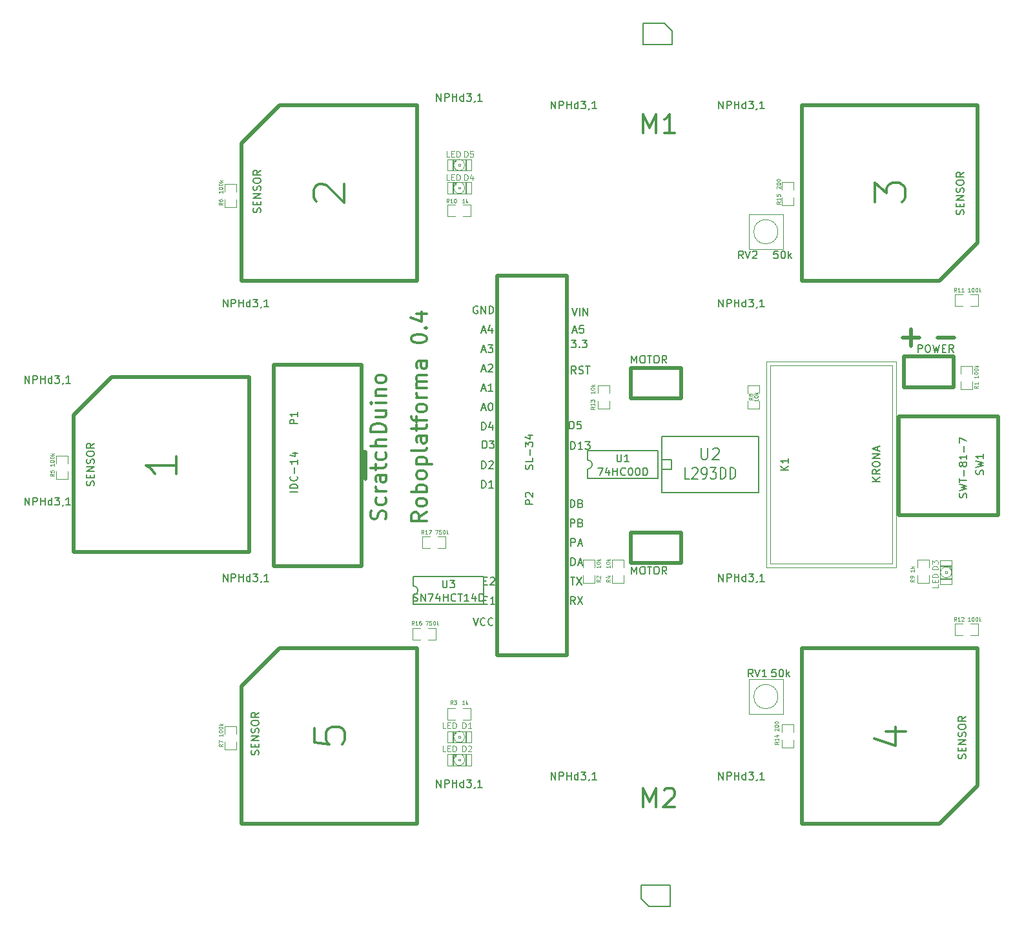
<source format=gbr>
G04 (created by PCBNEW (2013-may-18)-stable) date Пт 28 авг 2015 20:38:37*
%MOIN*%
G04 Gerber Fmt 3.4, Leading zero omitted, Abs format*
%FSLAX34Y34*%
G01*
G70*
G90*
G04 APERTURE LIST*
%ADD10C,0.00590551*%
%ADD11C,0.011811*%
%ADD12C,0.00787402*%
%ADD13C,0.005*%
%ADD14C,0.0039*%
%ADD15C,0.019685*%
%ADD16C,0.0026*%
%ADD17C,0.004*%
%ADD18C,0.00393701*%
%ADD19C,0.0043*%
%ADD20C,0.0035*%
G04 APERTURE END LIST*
G54D10*
G54D11*
X41618Y-34461D02*
X41243Y-34724D01*
X41618Y-34911D02*
X40831Y-34911D01*
X40831Y-34611D01*
X40868Y-34536D01*
X40906Y-34499D01*
X40981Y-34461D01*
X41093Y-34461D01*
X41168Y-34499D01*
X41206Y-34536D01*
X41243Y-34611D01*
X41243Y-34911D01*
X41618Y-34011D02*
X41581Y-34086D01*
X41543Y-34124D01*
X41468Y-34161D01*
X41243Y-34161D01*
X41168Y-34124D01*
X41131Y-34086D01*
X41093Y-34011D01*
X41093Y-33899D01*
X41131Y-33824D01*
X41168Y-33786D01*
X41243Y-33749D01*
X41468Y-33749D01*
X41543Y-33786D01*
X41581Y-33824D01*
X41618Y-33899D01*
X41618Y-34011D01*
X41618Y-33412D02*
X40831Y-33412D01*
X41131Y-33412D02*
X41093Y-33337D01*
X41093Y-33187D01*
X41131Y-33112D01*
X41168Y-33074D01*
X41243Y-33037D01*
X41468Y-33037D01*
X41543Y-33074D01*
X41581Y-33112D01*
X41618Y-33187D01*
X41618Y-33337D01*
X41581Y-33412D01*
X41618Y-32587D02*
X41581Y-32662D01*
X41543Y-32699D01*
X41468Y-32737D01*
X41243Y-32737D01*
X41168Y-32699D01*
X41131Y-32662D01*
X41093Y-32587D01*
X41093Y-32474D01*
X41131Y-32399D01*
X41168Y-32362D01*
X41243Y-32324D01*
X41468Y-32324D01*
X41543Y-32362D01*
X41581Y-32399D01*
X41618Y-32474D01*
X41618Y-32587D01*
X41093Y-31987D02*
X41881Y-31987D01*
X41131Y-31987D02*
X41093Y-31912D01*
X41093Y-31762D01*
X41131Y-31687D01*
X41168Y-31649D01*
X41243Y-31612D01*
X41468Y-31612D01*
X41543Y-31649D01*
X41581Y-31687D01*
X41618Y-31762D01*
X41618Y-31912D01*
X41581Y-31987D01*
X41618Y-31162D02*
X41581Y-31237D01*
X41506Y-31274D01*
X40831Y-31274D01*
X41618Y-30524D02*
X41206Y-30524D01*
X41131Y-30562D01*
X41093Y-30637D01*
X41093Y-30787D01*
X41131Y-30862D01*
X41581Y-30524D02*
X41618Y-30599D01*
X41618Y-30787D01*
X41581Y-30862D01*
X41506Y-30899D01*
X41431Y-30899D01*
X41356Y-30862D01*
X41318Y-30787D01*
X41318Y-30599D01*
X41281Y-30524D01*
X41093Y-30262D02*
X41093Y-29962D01*
X40831Y-30149D02*
X41506Y-30149D01*
X41581Y-30112D01*
X41618Y-30037D01*
X41618Y-29962D01*
X41093Y-29812D02*
X41093Y-29512D01*
X41618Y-29699D02*
X40943Y-29699D01*
X40868Y-29662D01*
X40831Y-29587D01*
X40831Y-29512D01*
X41618Y-29137D02*
X41581Y-29212D01*
X41543Y-29250D01*
X41468Y-29287D01*
X41243Y-29287D01*
X41168Y-29250D01*
X41131Y-29212D01*
X41093Y-29137D01*
X41093Y-29025D01*
X41131Y-28950D01*
X41168Y-28912D01*
X41243Y-28875D01*
X41468Y-28875D01*
X41543Y-28912D01*
X41581Y-28950D01*
X41618Y-29025D01*
X41618Y-29137D01*
X41618Y-28537D02*
X41093Y-28537D01*
X41243Y-28537D02*
X41168Y-28500D01*
X41131Y-28462D01*
X41093Y-28387D01*
X41093Y-28312D01*
X41618Y-28050D02*
X41093Y-28050D01*
X41168Y-28050D02*
X41131Y-28012D01*
X41093Y-27937D01*
X41093Y-27825D01*
X41131Y-27750D01*
X41206Y-27712D01*
X41618Y-27712D01*
X41206Y-27712D02*
X41131Y-27675D01*
X41093Y-27600D01*
X41093Y-27487D01*
X41131Y-27412D01*
X41206Y-27375D01*
X41618Y-27375D01*
X41618Y-26662D02*
X41206Y-26662D01*
X41131Y-26700D01*
X41093Y-26775D01*
X41093Y-26925D01*
X41131Y-27000D01*
X41581Y-26662D02*
X41618Y-26737D01*
X41618Y-26925D01*
X41581Y-27000D01*
X41506Y-27037D01*
X41431Y-27037D01*
X41356Y-27000D01*
X41318Y-26925D01*
X41318Y-26737D01*
X41281Y-26662D01*
X40831Y-25538D02*
X40831Y-25463D01*
X40868Y-25388D01*
X40906Y-25350D01*
X40981Y-25313D01*
X41131Y-25275D01*
X41318Y-25275D01*
X41468Y-25313D01*
X41543Y-25350D01*
X41581Y-25388D01*
X41618Y-25463D01*
X41618Y-25538D01*
X41581Y-25612D01*
X41543Y-25650D01*
X41468Y-25687D01*
X41318Y-25725D01*
X41131Y-25725D01*
X40981Y-25687D01*
X40906Y-25650D01*
X40868Y-25612D01*
X40831Y-25538D01*
X41543Y-24938D02*
X41581Y-24900D01*
X41618Y-24938D01*
X41581Y-24975D01*
X41543Y-24938D01*
X41618Y-24938D01*
X41093Y-24225D02*
X41618Y-24225D01*
X40793Y-24413D02*
X41356Y-24600D01*
X41356Y-24113D01*
X39481Y-34830D02*
X39518Y-34718D01*
X39518Y-34530D01*
X39481Y-34455D01*
X39443Y-34418D01*
X39368Y-34380D01*
X39293Y-34380D01*
X39218Y-34418D01*
X39181Y-34455D01*
X39143Y-34530D01*
X39106Y-34680D01*
X39068Y-34755D01*
X39031Y-34793D01*
X38956Y-34830D01*
X38881Y-34830D01*
X38806Y-34793D01*
X38768Y-34755D01*
X38731Y-34680D01*
X38731Y-34493D01*
X38768Y-34380D01*
X39481Y-33705D02*
X39518Y-33780D01*
X39518Y-33930D01*
X39481Y-34005D01*
X39443Y-34043D01*
X39368Y-34080D01*
X39143Y-34080D01*
X39068Y-34043D01*
X39031Y-34005D01*
X38993Y-33930D01*
X38993Y-33780D01*
X39031Y-33705D01*
X39518Y-33368D02*
X38993Y-33368D01*
X39143Y-33368D02*
X39068Y-33330D01*
X39031Y-33293D01*
X38993Y-33218D01*
X38993Y-33143D01*
X39518Y-32543D02*
X39106Y-32543D01*
X39031Y-32581D01*
X38993Y-32656D01*
X38993Y-32806D01*
X39031Y-32881D01*
X39481Y-32543D02*
X39518Y-32618D01*
X39518Y-32806D01*
X39481Y-32881D01*
X39406Y-32918D01*
X39331Y-32918D01*
X39256Y-32881D01*
X39218Y-32806D01*
X39218Y-32618D01*
X39181Y-32543D01*
X38993Y-32281D02*
X38993Y-31981D01*
X38731Y-32168D02*
X39406Y-32168D01*
X39481Y-32131D01*
X39518Y-32056D01*
X39518Y-31981D01*
X39481Y-31381D02*
X39518Y-31456D01*
X39518Y-31606D01*
X39481Y-31681D01*
X39443Y-31718D01*
X39368Y-31756D01*
X39143Y-31756D01*
X39068Y-31718D01*
X39031Y-31681D01*
X38993Y-31606D01*
X38993Y-31456D01*
X39031Y-31381D01*
X39518Y-31043D02*
X38731Y-31043D01*
X39518Y-30706D02*
X39106Y-30706D01*
X39031Y-30743D01*
X38993Y-30818D01*
X38993Y-30931D01*
X39031Y-31006D01*
X39068Y-31043D01*
X39518Y-30331D02*
X38731Y-30331D01*
X38731Y-30143D01*
X38768Y-30031D01*
X38843Y-29956D01*
X38918Y-29918D01*
X39068Y-29881D01*
X39181Y-29881D01*
X39331Y-29918D01*
X39406Y-29956D01*
X39481Y-30031D01*
X39518Y-30143D01*
X39518Y-30331D01*
X38993Y-29206D02*
X39518Y-29206D01*
X38993Y-29543D02*
X39406Y-29543D01*
X39481Y-29506D01*
X39518Y-29431D01*
X39518Y-29318D01*
X39481Y-29243D01*
X39443Y-29206D01*
X39518Y-28831D02*
X38993Y-28831D01*
X38731Y-28831D02*
X38768Y-28869D01*
X38806Y-28831D01*
X38768Y-28794D01*
X38731Y-28831D01*
X38806Y-28831D01*
X38993Y-28456D02*
X39518Y-28456D01*
X39068Y-28456D02*
X39031Y-28419D01*
X38993Y-28344D01*
X38993Y-28231D01*
X39031Y-28156D01*
X39106Y-28119D01*
X39518Y-28119D01*
X39518Y-27631D02*
X39481Y-27706D01*
X39443Y-27744D01*
X39368Y-27781D01*
X39143Y-27781D01*
X39068Y-27744D01*
X39031Y-27706D01*
X38993Y-27631D01*
X38993Y-27519D01*
X39031Y-27444D01*
X39068Y-27406D01*
X39143Y-27369D01*
X39368Y-27369D01*
X39443Y-27406D01*
X39481Y-27444D01*
X39518Y-27519D01*
X39518Y-27631D01*
G54D12*
X54200Y-53700D02*
X52700Y-53700D01*
X54200Y-54800D02*
X54200Y-53700D01*
X53100Y-54800D02*
X54200Y-54800D01*
X52700Y-53800D02*
X52700Y-53700D01*
X52700Y-54400D02*
X52700Y-53800D01*
X53100Y-54800D02*
X52700Y-54400D01*
G54D11*
X52803Y-14898D02*
X52803Y-13914D01*
X53131Y-14617D01*
X53459Y-13914D01*
X53459Y-14898D01*
X54443Y-14898D02*
X53881Y-14898D01*
X54162Y-14898D02*
X54162Y-13914D01*
X54068Y-14054D01*
X53974Y-14148D01*
X53881Y-14195D01*
X52803Y-49698D02*
X52803Y-48714D01*
X53131Y-49417D01*
X53459Y-48714D01*
X53459Y-49698D01*
X53881Y-48807D02*
X53928Y-48761D01*
X54021Y-48714D01*
X54256Y-48714D01*
X54349Y-48761D01*
X54396Y-48807D01*
X54443Y-48901D01*
X54443Y-48995D01*
X54396Y-49135D01*
X53834Y-49698D01*
X54443Y-49698D01*
G54D12*
X52800Y-9200D02*
X52900Y-9200D01*
X52800Y-10300D02*
X52800Y-9200D01*
X54300Y-10300D02*
X52800Y-10300D01*
X54300Y-9600D02*
X54300Y-10300D01*
X53900Y-9200D02*
X54300Y-9600D01*
X52900Y-9200D02*
X53900Y-9200D01*
G54D11*
X35834Y-45607D02*
X35834Y-46357D01*
X36584Y-46432D01*
X36509Y-46357D01*
X36434Y-46207D01*
X36434Y-45832D01*
X36509Y-45682D01*
X36584Y-45607D01*
X36734Y-45532D01*
X37109Y-45532D01*
X37259Y-45607D01*
X37334Y-45682D01*
X37409Y-45832D01*
X37409Y-46207D01*
X37334Y-46357D01*
X37259Y-46432D01*
X65315Y-45780D02*
X66365Y-45780D01*
X64715Y-46155D02*
X65840Y-46530D01*
X65840Y-45555D01*
X64751Y-18436D02*
X64751Y-17461D01*
X65351Y-17986D01*
X65351Y-17761D01*
X65426Y-17611D01*
X65501Y-17536D01*
X65651Y-17461D01*
X66026Y-17461D01*
X66176Y-17536D01*
X66251Y-17611D01*
X66326Y-17761D01*
X66326Y-18211D01*
X66251Y-18361D01*
X66176Y-18436D01*
X35935Y-18420D02*
X35860Y-18345D01*
X35785Y-18195D01*
X35785Y-17820D01*
X35860Y-17670D01*
X35935Y-17595D01*
X36085Y-17520D01*
X36235Y-17520D01*
X36459Y-17595D01*
X37359Y-18495D01*
X37359Y-17520D01*
X28708Y-31585D02*
X28708Y-32485D01*
X28708Y-32035D02*
X27133Y-32035D01*
X27358Y-32185D01*
X27508Y-32335D01*
X27583Y-32485D01*
G54D12*
X49938Y-32236D02*
X49938Y-32708D01*
X49938Y-31291D02*
X49938Y-31763D01*
X49938Y-32236D02*
G75*
G03X50175Y-32000I0J236D01*
G74*
G01*
X50175Y-32000D02*
G75*
G03X49938Y-31763I-236J0D01*
G74*
G01*
X49938Y-31291D02*
X53561Y-31291D01*
X53561Y-31291D02*
X53561Y-32708D01*
X53561Y-32708D02*
X49938Y-32708D01*
G54D13*
X58750Y-33450D02*
X58750Y-30550D01*
X53750Y-30550D02*
X53750Y-33450D01*
X58750Y-33450D02*
X53750Y-33450D01*
X53750Y-30550D02*
X58750Y-30550D01*
X53750Y-31750D02*
X54250Y-31750D01*
X54250Y-31750D02*
X54250Y-32250D01*
X54250Y-32250D02*
X53750Y-32250D01*
G54D14*
X51800Y-37700D02*
X51800Y-38100D01*
X51800Y-38100D02*
X51200Y-38100D01*
X51200Y-38100D02*
X51200Y-37700D01*
X51200Y-37300D02*
X51200Y-36900D01*
X51200Y-36900D02*
X51800Y-36900D01*
X51800Y-36900D02*
X51800Y-37300D01*
X31800Y-46300D02*
X31800Y-46700D01*
X31800Y-46700D02*
X31200Y-46700D01*
X31200Y-46700D02*
X31200Y-46300D01*
X31200Y-45900D02*
X31200Y-45500D01*
X31200Y-45500D02*
X31800Y-45500D01*
X31800Y-45500D02*
X31800Y-45900D01*
X23100Y-32350D02*
X23100Y-32750D01*
X23100Y-32750D02*
X22500Y-32750D01*
X22500Y-32750D02*
X22500Y-32350D01*
X22500Y-31950D02*
X22500Y-31550D01*
X22500Y-31550D02*
X23100Y-31550D01*
X23100Y-31550D02*
X23100Y-31950D01*
X31800Y-18300D02*
X31800Y-18700D01*
X31800Y-18700D02*
X31200Y-18700D01*
X31200Y-18700D02*
X31200Y-18300D01*
X31200Y-17900D02*
X31200Y-17500D01*
X31200Y-17500D02*
X31800Y-17500D01*
X31800Y-17500D02*
X31800Y-17900D01*
X58800Y-28700D02*
X58800Y-29100D01*
X58800Y-29100D02*
X58200Y-29100D01*
X58200Y-29100D02*
X58200Y-28700D01*
X58200Y-28300D02*
X58200Y-27900D01*
X58200Y-27900D02*
X58800Y-27900D01*
X58800Y-27900D02*
X58800Y-28300D01*
X51050Y-28700D02*
X51050Y-29100D01*
X51050Y-29100D02*
X50450Y-29100D01*
X50450Y-29100D02*
X50450Y-28700D01*
X50450Y-28300D02*
X50450Y-27900D01*
X50450Y-27900D02*
X51050Y-27900D01*
X51050Y-27900D02*
X51050Y-28300D01*
X43507Y-18597D02*
X43907Y-18597D01*
X43907Y-18597D02*
X43907Y-19197D01*
X43907Y-19197D02*
X43507Y-19197D01*
X43107Y-19197D02*
X42707Y-19197D01*
X42707Y-19197D02*
X42707Y-18597D01*
X42707Y-18597D02*
X43107Y-18597D01*
X69700Y-23200D02*
X70100Y-23200D01*
X70100Y-23200D02*
X70100Y-23800D01*
X70100Y-23800D02*
X69700Y-23800D01*
X69300Y-23800D02*
X68900Y-23800D01*
X68900Y-23800D02*
X68900Y-23200D01*
X68900Y-23200D02*
X69300Y-23200D01*
X49700Y-37300D02*
X49700Y-36900D01*
X49700Y-36900D02*
X50300Y-36900D01*
X50300Y-36900D02*
X50300Y-37300D01*
X50300Y-37700D02*
X50300Y-38100D01*
X50300Y-38100D02*
X49700Y-38100D01*
X49700Y-38100D02*
X49700Y-37700D01*
X43507Y-44581D02*
X43907Y-44581D01*
X43907Y-44581D02*
X43907Y-45181D01*
X43907Y-45181D02*
X43507Y-45181D01*
X43107Y-45181D02*
X42707Y-45181D01*
X42707Y-45181D02*
X42707Y-44581D01*
X42707Y-44581D02*
X43107Y-44581D01*
X69300Y-40800D02*
X68900Y-40800D01*
X68900Y-40800D02*
X68900Y-40200D01*
X68900Y-40200D02*
X69300Y-40200D01*
X69700Y-40200D02*
X70100Y-40200D01*
X70100Y-40200D02*
X70100Y-40800D01*
X70100Y-40800D02*
X69700Y-40800D01*
X66950Y-37300D02*
X66950Y-36900D01*
X66950Y-36900D02*
X67550Y-36900D01*
X67550Y-36900D02*
X67550Y-37300D01*
X67550Y-37700D02*
X67550Y-38100D01*
X67550Y-38100D02*
X66950Y-38100D01*
X66950Y-38100D02*
X66950Y-37700D01*
X69800Y-27700D02*
X69800Y-28100D01*
X69800Y-28100D02*
X69200Y-28100D01*
X69200Y-28100D02*
X69200Y-27700D01*
X69200Y-27300D02*
X69200Y-26900D01*
X69200Y-26900D02*
X69800Y-26900D01*
X69800Y-26900D02*
X69800Y-27300D01*
G54D15*
X54750Y-27000D02*
X54750Y-28574D01*
X54750Y-28574D02*
X52175Y-28574D01*
X52175Y-28574D02*
X52175Y-27000D01*
X52175Y-27000D02*
X54750Y-27000D01*
X54750Y-35500D02*
X54750Y-37074D01*
X54750Y-37074D02*
X52175Y-37074D01*
X52175Y-37074D02*
X52175Y-35500D01*
X52175Y-35500D02*
X54750Y-35500D01*
G54D16*
X43346Y-16496D02*
X43268Y-16496D01*
X43268Y-16496D02*
X43268Y-16574D01*
X43346Y-16574D02*
X43268Y-16574D01*
X43346Y-16496D02*
X43346Y-16574D01*
X43130Y-16260D02*
X42993Y-16260D01*
X42993Y-16260D02*
X42993Y-16358D01*
X43130Y-16358D02*
X42993Y-16358D01*
X43130Y-16260D02*
X43130Y-16358D01*
X42993Y-16260D02*
X42953Y-16260D01*
X42953Y-16260D02*
X42953Y-16731D01*
X42993Y-16731D02*
X42953Y-16731D01*
X42993Y-16260D02*
X42993Y-16731D01*
X42993Y-16751D02*
X42953Y-16751D01*
X42953Y-16751D02*
X42953Y-16810D01*
X42993Y-16810D02*
X42953Y-16810D01*
X42993Y-16751D02*
X42993Y-16810D01*
X43661Y-16260D02*
X43621Y-16260D01*
X43621Y-16260D02*
X43621Y-16731D01*
X43661Y-16731D02*
X43621Y-16731D01*
X43661Y-16260D02*
X43661Y-16731D01*
X43661Y-16751D02*
X43621Y-16751D01*
X43621Y-16751D02*
X43621Y-16810D01*
X43661Y-16810D02*
X43621Y-16810D01*
X43661Y-16751D02*
X43661Y-16810D01*
X43130Y-16260D02*
X43071Y-16260D01*
X43071Y-16260D02*
X43071Y-16358D01*
X43130Y-16358D02*
X43071Y-16358D01*
X43130Y-16260D02*
X43130Y-16358D01*
G54D17*
X42697Y-16240D02*
X43917Y-16240D01*
X43917Y-16240D02*
X43917Y-16830D01*
X43917Y-16830D02*
X42697Y-16830D01*
X42697Y-16830D02*
X42697Y-16240D01*
X43522Y-16338D02*
G75*
G03X43091Y-16339I-215J-196D01*
G74*
G01*
X43522Y-16731D02*
G75*
G03X43523Y-16339I-215J196D01*
G74*
G01*
X43091Y-16732D02*
G75*
G03X43523Y-16731I215J196D01*
G74*
G01*
X43091Y-16339D02*
G75*
G03X43091Y-16731I215J-196D01*
G74*
G01*
G54D16*
X43346Y-17677D02*
X43268Y-17677D01*
X43268Y-17677D02*
X43268Y-17755D01*
X43346Y-17755D02*
X43268Y-17755D01*
X43346Y-17677D02*
X43346Y-17755D01*
X43130Y-17441D02*
X42993Y-17441D01*
X42993Y-17441D02*
X42993Y-17539D01*
X43130Y-17539D02*
X42993Y-17539D01*
X43130Y-17441D02*
X43130Y-17539D01*
X42993Y-17441D02*
X42953Y-17441D01*
X42953Y-17441D02*
X42953Y-17912D01*
X42993Y-17912D02*
X42953Y-17912D01*
X42993Y-17441D02*
X42993Y-17912D01*
X42993Y-17932D02*
X42953Y-17932D01*
X42953Y-17932D02*
X42953Y-17991D01*
X42993Y-17991D02*
X42953Y-17991D01*
X42993Y-17932D02*
X42993Y-17991D01*
X43661Y-17441D02*
X43621Y-17441D01*
X43621Y-17441D02*
X43621Y-17912D01*
X43661Y-17912D02*
X43621Y-17912D01*
X43661Y-17441D02*
X43661Y-17912D01*
X43661Y-17932D02*
X43621Y-17932D01*
X43621Y-17932D02*
X43621Y-17991D01*
X43661Y-17991D02*
X43621Y-17991D01*
X43661Y-17932D02*
X43661Y-17991D01*
X43130Y-17441D02*
X43071Y-17441D01*
X43071Y-17441D02*
X43071Y-17539D01*
X43130Y-17539D02*
X43071Y-17539D01*
X43130Y-17441D02*
X43130Y-17539D01*
G54D17*
X42697Y-17421D02*
X43917Y-17421D01*
X43917Y-17421D02*
X43917Y-18011D01*
X43917Y-18011D02*
X42697Y-18011D01*
X42697Y-18011D02*
X42697Y-17421D01*
X43522Y-17519D02*
G75*
G03X43091Y-17520I-215J-196D01*
G74*
G01*
X43522Y-17912D02*
G75*
G03X43523Y-17520I-215J196D01*
G74*
G01*
X43091Y-17913D02*
G75*
G03X43523Y-17912I215J196D01*
G74*
G01*
X43091Y-17520D02*
G75*
G03X43091Y-17912I215J-196D01*
G74*
G01*
G54D16*
X43346Y-47205D02*
X43268Y-47205D01*
X43268Y-47205D02*
X43268Y-47283D01*
X43346Y-47283D02*
X43268Y-47283D01*
X43346Y-47205D02*
X43346Y-47283D01*
X43130Y-46969D02*
X42993Y-46969D01*
X42993Y-46969D02*
X42993Y-47067D01*
X43130Y-47067D02*
X42993Y-47067D01*
X43130Y-46969D02*
X43130Y-47067D01*
X42993Y-46969D02*
X42953Y-46969D01*
X42953Y-46969D02*
X42953Y-47440D01*
X42993Y-47440D02*
X42953Y-47440D01*
X42993Y-46969D02*
X42993Y-47440D01*
X42993Y-47460D02*
X42953Y-47460D01*
X42953Y-47460D02*
X42953Y-47519D01*
X42993Y-47519D02*
X42953Y-47519D01*
X42993Y-47460D02*
X42993Y-47519D01*
X43661Y-46969D02*
X43621Y-46969D01*
X43621Y-46969D02*
X43621Y-47440D01*
X43661Y-47440D02*
X43621Y-47440D01*
X43661Y-46969D02*
X43661Y-47440D01*
X43661Y-47460D02*
X43621Y-47460D01*
X43621Y-47460D02*
X43621Y-47519D01*
X43661Y-47519D02*
X43621Y-47519D01*
X43661Y-47460D02*
X43661Y-47519D01*
X43130Y-46969D02*
X43071Y-46969D01*
X43071Y-46969D02*
X43071Y-47067D01*
X43130Y-47067D02*
X43071Y-47067D01*
X43130Y-46969D02*
X43130Y-47067D01*
G54D17*
X42697Y-46949D02*
X43917Y-46949D01*
X43917Y-46949D02*
X43917Y-47539D01*
X43917Y-47539D02*
X42697Y-47539D01*
X42697Y-47539D02*
X42697Y-46949D01*
X43522Y-47047D02*
G75*
G03X43091Y-47048I-215J-196D01*
G74*
G01*
X43522Y-47440D02*
G75*
G03X43523Y-47048I-215J196D01*
G74*
G01*
X43091Y-47440D02*
G75*
G03X43523Y-47440I215J196D01*
G74*
G01*
X43091Y-47047D02*
G75*
G03X43091Y-47440I215J-196D01*
G74*
G01*
G54D16*
X43346Y-46023D02*
X43268Y-46023D01*
X43268Y-46023D02*
X43268Y-46101D01*
X43346Y-46101D02*
X43268Y-46101D01*
X43346Y-46023D02*
X43346Y-46101D01*
X43130Y-45787D02*
X42993Y-45787D01*
X42993Y-45787D02*
X42993Y-45885D01*
X43130Y-45885D02*
X42993Y-45885D01*
X43130Y-45787D02*
X43130Y-45885D01*
X42993Y-45787D02*
X42953Y-45787D01*
X42953Y-45787D02*
X42953Y-46258D01*
X42993Y-46258D02*
X42953Y-46258D01*
X42993Y-45787D02*
X42993Y-46258D01*
X42993Y-46278D02*
X42953Y-46278D01*
X42953Y-46278D02*
X42953Y-46337D01*
X42993Y-46337D02*
X42953Y-46337D01*
X42993Y-46278D02*
X42993Y-46337D01*
X43661Y-45787D02*
X43621Y-45787D01*
X43621Y-45787D02*
X43621Y-46258D01*
X43661Y-46258D02*
X43621Y-46258D01*
X43661Y-45787D02*
X43661Y-46258D01*
X43661Y-46278D02*
X43621Y-46278D01*
X43621Y-46278D02*
X43621Y-46337D01*
X43661Y-46337D02*
X43621Y-46337D01*
X43661Y-46278D02*
X43661Y-46337D01*
X43130Y-45787D02*
X43071Y-45787D01*
X43071Y-45787D02*
X43071Y-45885D01*
X43130Y-45885D02*
X43071Y-45885D01*
X43130Y-45787D02*
X43130Y-45885D01*
G54D17*
X42697Y-45767D02*
X43917Y-45767D01*
X43917Y-45767D02*
X43917Y-46357D01*
X43917Y-46357D02*
X42697Y-46357D01*
X42697Y-46357D02*
X42697Y-45767D01*
X43522Y-45866D02*
G75*
G03X43091Y-45867I-215J-196D01*
G74*
G01*
X43522Y-46259D02*
G75*
G03X43523Y-45867I-215J196D01*
G74*
G01*
X43091Y-46259D02*
G75*
G03X43523Y-46258I215J196D01*
G74*
G01*
X43091Y-45866D02*
G75*
G03X43091Y-46258I215J-196D01*
G74*
G01*
G54D16*
X68479Y-37603D02*
X68479Y-37525D01*
X68479Y-37525D02*
X68401Y-37525D01*
X68401Y-37603D02*
X68401Y-37525D01*
X68479Y-37603D02*
X68401Y-37603D01*
X68715Y-37387D02*
X68715Y-37250D01*
X68715Y-37250D02*
X68617Y-37250D01*
X68617Y-37387D02*
X68617Y-37250D01*
X68715Y-37387D02*
X68617Y-37387D01*
X68715Y-37250D02*
X68715Y-37210D01*
X68715Y-37210D02*
X68244Y-37210D01*
X68244Y-37250D02*
X68244Y-37210D01*
X68715Y-37250D02*
X68244Y-37250D01*
X68224Y-37250D02*
X68224Y-37210D01*
X68224Y-37210D02*
X68165Y-37210D01*
X68165Y-37250D02*
X68165Y-37210D01*
X68224Y-37250D02*
X68165Y-37250D01*
X68715Y-37918D02*
X68715Y-37878D01*
X68715Y-37878D02*
X68244Y-37878D01*
X68244Y-37918D02*
X68244Y-37878D01*
X68715Y-37918D02*
X68244Y-37918D01*
X68224Y-37918D02*
X68224Y-37878D01*
X68224Y-37878D02*
X68165Y-37878D01*
X68165Y-37918D02*
X68165Y-37878D01*
X68224Y-37918D02*
X68165Y-37918D01*
X68715Y-37387D02*
X68715Y-37328D01*
X68715Y-37328D02*
X68617Y-37328D01*
X68617Y-37387D02*
X68617Y-37328D01*
X68715Y-37387D02*
X68617Y-37387D01*
G54D17*
X68735Y-36954D02*
X68735Y-38174D01*
X68735Y-38174D02*
X68145Y-38174D01*
X68145Y-38174D02*
X68145Y-36954D01*
X68145Y-36954D02*
X68735Y-36954D01*
X68637Y-37780D02*
G75*
G03X68636Y-37348I-196J215D01*
G74*
G01*
X68244Y-37780D02*
G75*
G03X68636Y-37781I196J215D01*
G74*
G01*
X68244Y-37349D02*
G75*
G03X68245Y-37781I196J-215D01*
G74*
G01*
X68637Y-37349D02*
G75*
G03X68245Y-37348I-196J-215D01*
G74*
G01*
G54D12*
X40938Y-38736D02*
X40938Y-39208D01*
X40938Y-37791D02*
X40938Y-38263D01*
X40938Y-38736D02*
G75*
G03X41175Y-38500I0J236D01*
G74*
G01*
X41175Y-38500D02*
G75*
G03X40938Y-38263I-236J0D01*
G74*
G01*
X40938Y-37791D02*
X44561Y-37791D01*
X44561Y-37791D02*
X44561Y-39208D01*
X44561Y-39208D02*
X40938Y-39208D01*
G54D14*
X59950Y-45800D02*
X59950Y-45400D01*
X59950Y-45400D02*
X60550Y-45400D01*
X60550Y-45400D02*
X60550Y-45800D01*
X60550Y-46200D02*
X60550Y-46600D01*
X60550Y-46600D02*
X59950Y-46600D01*
X59950Y-46600D02*
X59950Y-46200D01*
X60550Y-18200D02*
X60550Y-18600D01*
X60550Y-18600D02*
X59950Y-18600D01*
X59950Y-18600D02*
X59950Y-18200D01*
X59950Y-17800D02*
X59950Y-17400D01*
X59950Y-17400D02*
X60550Y-17400D01*
X60550Y-17400D02*
X60550Y-17800D01*
X41800Y-36300D02*
X41400Y-36300D01*
X41400Y-36300D02*
X41400Y-35700D01*
X41400Y-35700D02*
X41800Y-35700D01*
X42200Y-35700D02*
X42600Y-35700D01*
X42600Y-35700D02*
X42600Y-36300D01*
X42600Y-36300D02*
X42200Y-36300D01*
X41700Y-40450D02*
X42100Y-40450D01*
X42100Y-40450D02*
X42100Y-41050D01*
X42100Y-41050D02*
X41700Y-41050D01*
X41300Y-41050D02*
X40900Y-41050D01*
X40900Y-41050D02*
X40900Y-40450D01*
X40900Y-40450D02*
X41300Y-40450D01*
G54D18*
X65649Y-26881D02*
X65649Y-37118D01*
X65649Y-37118D02*
X59350Y-37118D01*
X59350Y-37118D02*
X59350Y-26881D01*
X59350Y-26881D02*
X65649Y-26881D01*
X65846Y-26685D02*
X65846Y-37314D01*
X65846Y-37314D02*
X59153Y-37314D01*
X59153Y-37314D02*
X59153Y-26685D01*
X59153Y-26685D02*
X65846Y-26685D01*
G54D15*
X66000Y-29500D02*
X66000Y-34618D01*
X66000Y-34618D02*
X71118Y-34618D01*
X71118Y-34618D02*
X71118Y-29500D01*
X71118Y-29500D02*
X66000Y-29500D01*
G54D18*
X59760Y-19980D02*
G75*
G03X59760Y-19980I-626J0D01*
G74*
G01*
X58248Y-20866D02*
X58248Y-19094D01*
X58248Y-19094D02*
X60019Y-19094D01*
X60019Y-19094D02*
X60019Y-20866D01*
X60019Y-20866D02*
X58248Y-20866D01*
X59760Y-43980D02*
G75*
G03X59760Y-43980I-626J0D01*
G74*
G01*
X58248Y-44866D02*
X58248Y-43094D01*
X58248Y-43094D02*
X60019Y-43094D01*
X60019Y-43094D02*
X60019Y-44866D01*
X60019Y-44866D02*
X58248Y-44866D01*
G54D15*
X67982Y-25440D02*
X68848Y-25440D01*
X66643Y-25874D02*
X66643Y-25007D01*
X66210Y-25440D02*
X67076Y-25440D01*
X66250Y-28000D02*
X66250Y-26425D01*
X66250Y-26425D02*
X68824Y-26425D01*
X68824Y-26425D02*
X68824Y-28000D01*
X68824Y-28000D02*
X66250Y-28000D01*
X38446Y-31344D02*
X38446Y-32761D01*
X38446Y-31344D02*
X38250Y-31344D01*
X38250Y-37250D02*
X38250Y-26856D01*
X38250Y-26856D02*
X33722Y-26856D01*
X33722Y-26856D02*
X33722Y-37250D01*
X33722Y-37250D02*
X38250Y-37250D01*
X45250Y-22250D02*
X45250Y-41848D01*
X45250Y-41848D02*
X48872Y-41848D01*
X48872Y-41848D02*
X48872Y-22250D01*
X48872Y-22250D02*
X45250Y-22250D01*
X32460Y-36523D02*
X32460Y-27468D01*
X32460Y-27468D02*
X25374Y-27468D01*
X25374Y-27468D02*
X23405Y-29437D01*
X23405Y-29437D02*
X23405Y-36523D01*
X23405Y-36523D02*
X32460Y-36523D01*
X61003Y-41484D02*
X61003Y-50539D01*
X61003Y-50539D02*
X68090Y-50539D01*
X68090Y-50539D02*
X70059Y-48570D01*
X70059Y-48570D02*
X70059Y-41484D01*
X70059Y-41484D02*
X61003Y-41484D01*
X61003Y-13452D02*
X61003Y-22507D01*
X61003Y-22507D02*
X68090Y-22507D01*
X68090Y-22507D02*
X70059Y-20539D01*
X70059Y-20539D02*
X70059Y-13452D01*
X70059Y-13452D02*
X61003Y-13452D01*
X41122Y-22507D02*
X41122Y-13452D01*
X41122Y-13452D02*
X34035Y-13452D01*
X34035Y-13452D02*
X32066Y-15421D01*
X32066Y-15421D02*
X32066Y-22507D01*
X32066Y-22507D02*
X41122Y-22507D01*
X41122Y-50539D02*
X41122Y-41484D01*
X41122Y-41484D02*
X34035Y-41484D01*
X34035Y-41484D02*
X32066Y-43452D01*
X32066Y-43452D02*
X32066Y-50539D01*
X32066Y-50539D02*
X41122Y-50539D01*
G54D10*
X56711Y-13626D02*
X56711Y-13232D01*
X56936Y-13626D01*
X56936Y-13232D01*
X57124Y-13626D02*
X57124Y-13232D01*
X57274Y-13232D01*
X57311Y-13251D01*
X57330Y-13270D01*
X57349Y-13307D01*
X57349Y-13363D01*
X57330Y-13401D01*
X57311Y-13420D01*
X57274Y-13438D01*
X57124Y-13438D01*
X57517Y-13626D02*
X57517Y-13232D01*
X57517Y-13420D02*
X57742Y-13420D01*
X57742Y-13626D02*
X57742Y-13232D01*
X58098Y-13626D02*
X58098Y-13232D01*
X58098Y-13607D02*
X58061Y-13626D01*
X57986Y-13626D01*
X57949Y-13607D01*
X57930Y-13588D01*
X57911Y-13551D01*
X57911Y-13438D01*
X57930Y-13401D01*
X57949Y-13382D01*
X57986Y-13363D01*
X58061Y-13363D01*
X58098Y-13382D01*
X58248Y-13232D02*
X58492Y-13232D01*
X58361Y-13382D01*
X58417Y-13382D01*
X58455Y-13401D01*
X58473Y-13420D01*
X58492Y-13457D01*
X58492Y-13551D01*
X58473Y-13588D01*
X58455Y-13607D01*
X58417Y-13626D01*
X58305Y-13626D01*
X58267Y-13607D01*
X58248Y-13588D01*
X58680Y-13607D02*
X58680Y-13626D01*
X58661Y-13663D01*
X58642Y-13682D01*
X59055Y-13626D02*
X58830Y-13626D01*
X58942Y-13626D02*
X58942Y-13232D01*
X58905Y-13288D01*
X58867Y-13326D01*
X58830Y-13345D01*
X51450Y-31465D02*
X51450Y-31784D01*
X51468Y-31821D01*
X51487Y-31840D01*
X51525Y-31859D01*
X51600Y-31859D01*
X51637Y-31840D01*
X51656Y-31821D01*
X51675Y-31784D01*
X51675Y-31465D01*
X52068Y-31859D02*
X51843Y-31859D01*
X51956Y-31859D02*
X51956Y-31465D01*
X51918Y-31521D01*
X51881Y-31559D01*
X51843Y-31578D01*
X50456Y-32165D02*
X50718Y-32165D01*
X50550Y-32559D01*
X51037Y-32296D02*
X51037Y-32559D01*
X50943Y-32146D02*
X50850Y-32428D01*
X51093Y-32428D01*
X51243Y-32559D02*
X51243Y-32165D01*
X51243Y-32353D02*
X51468Y-32353D01*
X51468Y-32559D02*
X51468Y-32165D01*
X51881Y-32521D02*
X51862Y-32540D01*
X51806Y-32559D01*
X51768Y-32559D01*
X51712Y-32540D01*
X51675Y-32503D01*
X51656Y-32465D01*
X51637Y-32390D01*
X51637Y-32334D01*
X51656Y-32259D01*
X51675Y-32221D01*
X51712Y-32184D01*
X51768Y-32165D01*
X51806Y-32165D01*
X51862Y-32184D01*
X51881Y-32203D01*
X52124Y-32165D02*
X52162Y-32165D01*
X52199Y-32184D01*
X52218Y-32203D01*
X52237Y-32240D01*
X52256Y-32315D01*
X52256Y-32409D01*
X52237Y-32484D01*
X52218Y-32521D01*
X52199Y-32540D01*
X52162Y-32559D01*
X52124Y-32559D01*
X52087Y-32540D01*
X52068Y-32521D01*
X52049Y-32484D01*
X52031Y-32409D01*
X52031Y-32315D01*
X52049Y-32240D01*
X52068Y-32203D01*
X52087Y-32184D01*
X52124Y-32165D01*
X52499Y-32165D02*
X52537Y-32165D01*
X52574Y-32184D01*
X52593Y-32203D01*
X52612Y-32240D01*
X52631Y-32315D01*
X52631Y-32409D01*
X52612Y-32484D01*
X52593Y-32521D01*
X52574Y-32540D01*
X52537Y-32559D01*
X52499Y-32559D01*
X52462Y-32540D01*
X52443Y-32521D01*
X52424Y-32484D01*
X52406Y-32409D01*
X52406Y-32315D01*
X52424Y-32240D01*
X52443Y-32203D01*
X52462Y-32184D01*
X52499Y-32165D01*
X52799Y-32559D02*
X52799Y-32165D01*
X52893Y-32165D01*
X52949Y-32184D01*
X52987Y-32221D01*
X53006Y-32259D01*
X53024Y-32334D01*
X53024Y-32390D01*
X53006Y-32465D01*
X52987Y-32503D01*
X52949Y-32540D01*
X52893Y-32559D01*
X52799Y-32559D01*
G54D13*
X55792Y-31142D02*
X55792Y-31628D01*
X55821Y-31685D01*
X55850Y-31714D01*
X55907Y-31742D01*
X56021Y-31742D01*
X56078Y-31714D01*
X56107Y-31685D01*
X56135Y-31628D01*
X56135Y-31142D01*
X56392Y-31200D02*
X56421Y-31171D01*
X56478Y-31142D01*
X56621Y-31142D01*
X56678Y-31171D01*
X56707Y-31200D01*
X56735Y-31257D01*
X56735Y-31314D01*
X56707Y-31400D01*
X56364Y-31742D01*
X56735Y-31742D01*
X55190Y-32742D02*
X54952Y-32742D01*
X54952Y-32142D01*
X55333Y-32200D02*
X55357Y-32171D01*
X55404Y-32142D01*
X55523Y-32142D01*
X55571Y-32171D01*
X55595Y-32200D01*
X55619Y-32257D01*
X55619Y-32314D01*
X55595Y-32400D01*
X55309Y-32742D01*
X55619Y-32742D01*
X55857Y-32742D02*
X55952Y-32742D01*
X56000Y-32714D01*
X56023Y-32685D01*
X56071Y-32600D01*
X56095Y-32485D01*
X56095Y-32257D01*
X56071Y-32200D01*
X56047Y-32171D01*
X56000Y-32142D01*
X55904Y-32142D01*
X55857Y-32171D01*
X55833Y-32200D01*
X55809Y-32257D01*
X55809Y-32400D01*
X55833Y-32457D01*
X55857Y-32485D01*
X55904Y-32514D01*
X56000Y-32514D01*
X56047Y-32485D01*
X56071Y-32457D01*
X56095Y-32400D01*
X56261Y-32142D02*
X56571Y-32142D01*
X56404Y-32371D01*
X56476Y-32371D01*
X56523Y-32400D01*
X56547Y-32428D01*
X56571Y-32485D01*
X56571Y-32628D01*
X56547Y-32685D01*
X56523Y-32714D01*
X56476Y-32742D01*
X56333Y-32742D01*
X56285Y-32714D01*
X56261Y-32685D01*
X56785Y-32742D02*
X56785Y-32142D01*
X56904Y-32142D01*
X56976Y-32171D01*
X57023Y-32228D01*
X57047Y-32285D01*
X57071Y-32400D01*
X57071Y-32485D01*
X57047Y-32600D01*
X57023Y-32657D01*
X56976Y-32714D01*
X56904Y-32742D01*
X56785Y-32742D01*
X57285Y-32742D02*
X57285Y-32142D01*
X57404Y-32142D01*
X57476Y-32171D01*
X57523Y-32228D01*
X57547Y-32285D01*
X57571Y-32400D01*
X57571Y-32485D01*
X57547Y-32600D01*
X57523Y-32657D01*
X57476Y-32714D01*
X57404Y-32742D01*
X57285Y-32742D01*
G54D19*
X51079Y-37932D02*
X50985Y-37998D01*
X51079Y-38045D02*
X50882Y-38045D01*
X50882Y-37970D01*
X50892Y-37951D01*
X50901Y-37942D01*
X50920Y-37932D01*
X50948Y-37932D01*
X50967Y-37942D01*
X50976Y-37951D01*
X50985Y-37970D01*
X50985Y-38045D01*
X50948Y-37763D02*
X51079Y-37763D01*
X50873Y-37810D02*
X51014Y-37857D01*
X51014Y-37735D01*
X51079Y-37217D02*
X51079Y-37329D01*
X51079Y-37273D02*
X50882Y-37273D01*
X50910Y-37292D01*
X50929Y-37311D01*
X50939Y-37329D01*
X50882Y-37095D02*
X50882Y-37076D01*
X50892Y-37057D01*
X50901Y-37048D01*
X50920Y-37039D01*
X50957Y-37029D01*
X51004Y-37029D01*
X51042Y-37039D01*
X51060Y-37048D01*
X51070Y-37057D01*
X51079Y-37076D01*
X51079Y-37095D01*
X51070Y-37114D01*
X51060Y-37123D01*
X51042Y-37132D01*
X51004Y-37142D01*
X50957Y-37142D01*
X50920Y-37132D01*
X50901Y-37123D01*
X50892Y-37114D01*
X50882Y-37095D01*
X51079Y-36945D02*
X50882Y-36945D01*
X51004Y-36926D02*
X51079Y-36870D01*
X50948Y-36870D02*
X51023Y-36945D01*
X31079Y-46432D02*
X30985Y-46498D01*
X31079Y-46545D02*
X30882Y-46545D01*
X30882Y-46470D01*
X30892Y-46451D01*
X30901Y-46442D01*
X30920Y-46432D01*
X30948Y-46432D01*
X30967Y-46442D01*
X30976Y-46451D01*
X30985Y-46470D01*
X30985Y-46545D01*
X30882Y-46367D02*
X30882Y-46235D01*
X31079Y-46320D01*
X31079Y-45911D02*
X31079Y-46023D01*
X31079Y-45967D02*
X30882Y-45967D01*
X30910Y-45986D01*
X30929Y-46004D01*
X30939Y-46023D01*
X30882Y-45789D02*
X30882Y-45770D01*
X30892Y-45751D01*
X30901Y-45742D01*
X30920Y-45732D01*
X30957Y-45723D01*
X31004Y-45723D01*
X31042Y-45732D01*
X31060Y-45742D01*
X31070Y-45751D01*
X31079Y-45770D01*
X31079Y-45789D01*
X31070Y-45807D01*
X31060Y-45817D01*
X31042Y-45826D01*
X31004Y-45836D01*
X30957Y-45836D01*
X30920Y-45826D01*
X30901Y-45817D01*
X30892Y-45807D01*
X30882Y-45789D01*
X30882Y-45601D02*
X30882Y-45582D01*
X30892Y-45563D01*
X30901Y-45554D01*
X30920Y-45545D01*
X30957Y-45535D01*
X31004Y-45535D01*
X31042Y-45545D01*
X31060Y-45554D01*
X31070Y-45563D01*
X31079Y-45582D01*
X31079Y-45601D01*
X31070Y-45620D01*
X31060Y-45629D01*
X31042Y-45639D01*
X31004Y-45648D01*
X30957Y-45648D01*
X30920Y-45639D01*
X30901Y-45629D01*
X30892Y-45620D01*
X30882Y-45601D01*
X31079Y-45451D02*
X30882Y-45451D01*
X31004Y-45432D02*
X31079Y-45376D01*
X30948Y-45376D02*
X31023Y-45451D01*
X22379Y-32482D02*
X22285Y-32548D01*
X22379Y-32595D02*
X22182Y-32595D01*
X22182Y-32520D01*
X22192Y-32501D01*
X22201Y-32492D01*
X22220Y-32482D01*
X22248Y-32482D01*
X22267Y-32492D01*
X22276Y-32501D01*
X22285Y-32520D01*
X22285Y-32595D01*
X22182Y-32304D02*
X22182Y-32398D01*
X22276Y-32407D01*
X22267Y-32398D01*
X22257Y-32379D01*
X22257Y-32332D01*
X22267Y-32313D01*
X22276Y-32304D01*
X22295Y-32295D01*
X22342Y-32295D01*
X22360Y-32304D01*
X22370Y-32313D01*
X22379Y-32332D01*
X22379Y-32379D01*
X22370Y-32398D01*
X22360Y-32407D01*
X22379Y-31961D02*
X22379Y-32073D01*
X22379Y-32017D02*
X22182Y-32017D01*
X22210Y-32036D01*
X22229Y-32054D01*
X22239Y-32073D01*
X22182Y-31839D02*
X22182Y-31820D01*
X22192Y-31801D01*
X22201Y-31792D01*
X22220Y-31782D01*
X22257Y-31773D01*
X22304Y-31773D01*
X22342Y-31782D01*
X22360Y-31792D01*
X22370Y-31801D01*
X22379Y-31820D01*
X22379Y-31839D01*
X22370Y-31857D01*
X22360Y-31867D01*
X22342Y-31876D01*
X22304Y-31886D01*
X22257Y-31886D01*
X22220Y-31876D01*
X22201Y-31867D01*
X22192Y-31857D01*
X22182Y-31839D01*
X22182Y-31651D02*
X22182Y-31632D01*
X22192Y-31613D01*
X22201Y-31604D01*
X22220Y-31595D01*
X22257Y-31585D01*
X22304Y-31585D01*
X22342Y-31595D01*
X22360Y-31604D01*
X22370Y-31613D01*
X22379Y-31632D01*
X22379Y-31651D01*
X22370Y-31670D01*
X22360Y-31679D01*
X22342Y-31689D01*
X22304Y-31698D01*
X22257Y-31698D01*
X22220Y-31689D01*
X22201Y-31679D01*
X22192Y-31670D01*
X22182Y-31651D01*
X22379Y-31501D02*
X22182Y-31501D01*
X22304Y-31482D02*
X22379Y-31426D01*
X22248Y-31426D02*
X22323Y-31501D01*
X31079Y-18482D02*
X30985Y-18548D01*
X31079Y-18595D02*
X30882Y-18595D01*
X30882Y-18520D01*
X30892Y-18501D01*
X30901Y-18492D01*
X30920Y-18482D01*
X30948Y-18482D01*
X30967Y-18492D01*
X30976Y-18501D01*
X30985Y-18520D01*
X30985Y-18595D01*
X30882Y-18313D02*
X30882Y-18351D01*
X30892Y-18370D01*
X30901Y-18379D01*
X30929Y-18398D01*
X30967Y-18407D01*
X31042Y-18407D01*
X31060Y-18398D01*
X31070Y-18389D01*
X31079Y-18370D01*
X31079Y-18332D01*
X31070Y-18313D01*
X31060Y-18304D01*
X31042Y-18295D01*
X30995Y-18295D01*
X30976Y-18304D01*
X30967Y-18313D01*
X30957Y-18332D01*
X30957Y-18370D01*
X30967Y-18389D01*
X30976Y-18398D01*
X30995Y-18407D01*
X31079Y-17861D02*
X31079Y-17973D01*
X31079Y-17917D02*
X30882Y-17917D01*
X30910Y-17936D01*
X30929Y-17954D01*
X30939Y-17973D01*
X30882Y-17739D02*
X30882Y-17720D01*
X30892Y-17701D01*
X30901Y-17692D01*
X30920Y-17682D01*
X30957Y-17673D01*
X31004Y-17673D01*
X31042Y-17682D01*
X31060Y-17692D01*
X31070Y-17701D01*
X31079Y-17720D01*
X31079Y-17739D01*
X31070Y-17757D01*
X31060Y-17767D01*
X31042Y-17776D01*
X31004Y-17786D01*
X30957Y-17786D01*
X30920Y-17776D01*
X30901Y-17767D01*
X30892Y-17757D01*
X30882Y-17739D01*
X30882Y-17551D02*
X30882Y-17532D01*
X30892Y-17513D01*
X30901Y-17504D01*
X30920Y-17495D01*
X30957Y-17485D01*
X31004Y-17485D01*
X31042Y-17495D01*
X31060Y-17504D01*
X31070Y-17513D01*
X31079Y-17532D01*
X31079Y-17551D01*
X31070Y-17570D01*
X31060Y-17579D01*
X31042Y-17589D01*
X31004Y-17598D01*
X30957Y-17598D01*
X30920Y-17589D01*
X30901Y-17579D01*
X30892Y-17570D01*
X30882Y-17551D01*
X31079Y-17401D02*
X30882Y-17401D01*
X31004Y-17382D02*
X31079Y-17326D01*
X30948Y-17326D02*
X31023Y-17401D01*
X58454Y-28532D02*
X58360Y-28598D01*
X58454Y-28645D02*
X58257Y-28645D01*
X58257Y-28570D01*
X58267Y-28551D01*
X58276Y-28542D01*
X58295Y-28532D01*
X58323Y-28532D01*
X58342Y-28542D01*
X58351Y-28551D01*
X58360Y-28570D01*
X58360Y-28645D01*
X58342Y-28420D02*
X58332Y-28439D01*
X58323Y-28448D01*
X58304Y-28457D01*
X58295Y-28457D01*
X58276Y-28448D01*
X58267Y-28439D01*
X58257Y-28420D01*
X58257Y-28382D01*
X58267Y-28363D01*
X58276Y-28354D01*
X58295Y-28345D01*
X58304Y-28345D01*
X58323Y-28354D01*
X58332Y-28363D01*
X58342Y-28382D01*
X58342Y-28420D01*
X58351Y-28439D01*
X58360Y-28448D01*
X58379Y-28457D01*
X58417Y-28457D01*
X58435Y-28448D01*
X58445Y-28439D01*
X58454Y-28420D01*
X58454Y-28382D01*
X58445Y-28363D01*
X58435Y-28354D01*
X58417Y-28345D01*
X58379Y-28345D01*
X58360Y-28354D01*
X58351Y-28363D01*
X58342Y-28382D01*
X58729Y-28617D02*
X58729Y-28729D01*
X58729Y-28673D02*
X58532Y-28673D01*
X58560Y-28692D01*
X58579Y-28711D01*
X58589Y-28729D01*
X58532Y-28495D02*
X58532Y-28476D01*
X58542Y-28457D01*
X58551Y-28448D01*
X58570Y-28439D01*
X58607Y-28429D01*
X58654Y-28429D01*
X58692Y-28439D01*
X58710Y-28448D01*
X58720Y-28457D01*
X58729Y-28476D01*
X58729Y-28495D01*
X58720Y-28514D01*
X58710Y-28523D01*
X58692Y-28532D01*
X58654Y-28542D01*
X58607Y-28542D01*
X58570Y-28532D01*
X58551Y-28523D01*
X58542Y-28514D01*
X58532Y-28495D01*
X58729Y-28345D02*
X58532Y-28345D01*
X58654Y-28326D02*
X58729Y-28270D01*
X58598Y-28270D02*
X58673Y-28345D01*
X50279Y-29026D02*
X50185Y-29092D01*
X50279Y-29139D02*
X50082Y-29139D01*
X50082Y-29064D01*
X50092Y-29045D01*
X50101Y-29036D01*
X50120Y-29026D01*
X50148Y-29026D01*
X50167Y-29036D01*
X50176Y-29045D01*
X50185Y-29064D01*
X50185Y-29139D01*
X50279Y-28839D02*
X50279Y-28951D01*
X50279Y-28895D02*
X50082Y-28895D01*
X50110Y-28914D01*
X50129Y-28932D01*
X50139Y-28951D01*
X50082Y-28773D02*
X50082Y-28651D01*
X50157Y-28717D01*
X50157Y-28688D01*
X50167Y-28670D01*
X50176Y-28660D01*
X50195Y-28651D01*
X50242Y-28651D01*
X50260Y-28660D01*
X50270Y-28670D01*
X50279Y-28688D01*
X50279Y-28745D01*
X50270Y-28763D01*
X50260Y-28773D01*
X50279Y-28217D02*
X50279Y-28329D01*
X50279Y-28273D02*
X50082Y-28273D01*
X50110Y-28292D01*
X50129Y-28311D01*
X50139Y-28329D01*
X50082Y-28095D02*
X50082Y-28076D01*
X50092Y-28057D01*
X50101Y-28048D01*
X50120Y-28039D01*
X50157Y-28029D01*
X50204Y-28029D01*
X50242Y-28039D01*
X50260Y-28048D01*
X50270Y-28057D01*
X50279Y-28076D01*
X50279Y-28095D01*
X50270Y-28114D01*
X50260Y-28123D01*
X50242Y-28132D01*
X50204Y-28142D01*
X50157Y-28142D01*
X50120Y-28132D01*
X50101Y-28123D01*
X50092Y-28114D01*
X50082Y-28095D01*
X50279Y-27945D02*
X50082Y-27945D01*
X50204Y-27926D02*
X50279Y-27870D01*
X50148Y-27870D02*
X50223Y-27945D01*
X42773Y-18479D02*
X42707Y-18385D01*
X42660Y-18479D02*
X42660Y-18282D01*
X42735Y-18282D01*
X42754Y-18292D01*
X42763Y-18301D01*
X42773Y-18320D01*
X42773Y-18348D01*
X42763Y-18367D01*
X42754Y-18376D01*
X42735Y-18385D01*
X42660Y-18385D01*
X42960Y-18479D02*
X42848Y-18479D01*
X42904Y-18479D02*
X42904Y-18282D01*
X42885Y-18310D01*
X42867Y-18329D01*
X42848Y-18339D01*
X43082Y-18282D02*
X43101Y-18282D01*
X43120Y-18292D01*
X43129Y-18301D01*
X43139Y-18320D01*
X43148Y-18357D01*
X43148Y-18404D01*
X43139Y-18442D01*
X43129Y-18460D01*
X43120Y-18470D01*
X43101Y-18479D01*
X43082Y-18479D01*
X43064Y-18470D01*
X43054Y-18460D01*
X43045Y-18442D01*
X43036Y-18404D01*
X43036Y-18357D01*
X43045Y-18320D01*
X43054Y-18301D01*
X43064Y-18292D01*
X43082Y-18282D01*
X43576Y-18479D02*
X43463Y-18479D01*
X43520Y-18479D02*
X43520Y-18282D01*
X43501Y-18310D01*
X43482Y-18329D01*
X43463Y-18339D01*
X43660Y-18479D02*
X43660Y-18282D01*
X43679Y-18404D02*
X43736Y-18479D01*
X43736Y-18348D02*
X43660Y-18423D01*
X68973Y-23079D02*
X68907Y-22985D01*
X68860Y-23079D02*
X68860Y-22882D01*
X68935Y-22882D01*
X68954Y-22892D01*
X68963Y-22901D01*
X68973Y-22920D01*
X68973Y-22948D01*
X68963Y-22967D01*
X68954Y-22976D01*
X68935Y-22985D01*
X68860Y-22985D01*
X69160Y-23079D02*
X69048Y-23079D01*
X69104Y-23079D02*
X69104Y-22882D01*
X69085Y-22910D01*
X69067Y-22929D01*
X69048Y-22939D01*
X69348Y-23079D02*
X69236Y-23079D01*
X69292Y-23079D02*
X69292Y-22882D01*
X69273Y-22910D01*
X69254Y-22929D01*
X69236Y-22939D01*
X69688Y-23079D02*
X69576Y-23079D01*
X69632Y-23079D02*
X69632Y-22882D01*
X69613Y-22910D01*
X69595Y-22929D01*
X69576Y-22939D01*
X69810Y-22882D02*
X69829Y-22882D01*
X69848Y-22892D01*
X69857Y-22901D01*
X69867Y-22920D01*
X69876Y-22957D01*
X69876Y-23004D01*
X69867Y-23042D01*
X69857Y-23060D01*
X69848Y-23070D01*
X69829Y-23079D01*
X69810Y-23079D01*
X69792Y-23070D01*
X69782Y-23060D01*
X69773Y-23042D01*
X69763Y-23004D01*
X69763Y-22957D01*
X69773Y-22920D01*
X69782Y-22901D01*
X69792Y-22892D01*
X69810Y-22882D01*
X69998Y-22882D02*
X70017Y-22882D01*
X70036Y-22892D01*
X70045Y-22901D01*
X70054Y-22920D01*
X70064Y-22957D01*
X70064Y-23004D01*
X70054Y-23042D01*
X70045Y-23060D01*
X70036Y-23070D01*
X70017Y-23079D01*
X69998Y-23079D01*
X69979Y-23070D01*
X69970Y-23060D01*
X69960Y-23042D01*
X69951Y-23004D01*
X69951Y-22957D01*
X69960Y-22920D01*
X69970Y-22901D01*
X69979Y-22892D01*
X69998Y-22882D01*
X70148Y-23079D02*
X70148Y-22882D01*
X70167Y-23004D02*
X70223Y-23079D01*
X70223Y-22948D02*
X70148Y-23023D01*
X50579Y-37932D02*
X50485Y-37998D01*
X50579Y-38045D02*
X50382Y-38045D01*
X50382Y-37970D01*
X50392Y-37951D01*
X50401Y-37942D01*
X50420Y-37932D01*
X50448Y-37932D01*
X50467Y-37942D01*
X50476Y-37951D01*
X50485Y-37970D01*
X50485Y-38045D01*
X50401Y-37857D02*
X50392Y-37848D01*
X50382Y-37829D01*
X50382Y-37782D01*
X50392Y-37763D01*
X50401Y-37754D01*
X50420Y-37745D01*
X50439Y-37745D01*
X50467Y-37754D01*
X50579Y-37867D01*
X50579Y-37745D01*
X50579Y-37217D02*
X50579Y-37329D01*
X50579Y-37273D02*
X50382Y-37273D01*
X50410Y-37292D01*
X50429Y-37311D01*
X50439Y-37329D01*
X50382Y-37095D02*
X50382Y-37076D01*
X50392Y-37057D01*
X50401Y-37048D01*
X50420Y-37039D01*
X50457Y-37029D01*
X50504Y-37029D01*
X50542Y-37039D01*
X50560Y-37048D01*
X50570Y-37057D01*
X50579Y-37076D01*
X50579Y-37095D01*
X50570Y-37114D01*
X50560Y-37123D01*
X50542Y-37132D01*
X50504Y-37142D01*
X50457Y-37142D01*
X50420Y-37132D01*
X50401Y-37123D01*
X50392Y-37114D01*
X50382Y-37095D01*
X50579Y-36945D02*
X50382Y-36945D01*
X50504Y-36926D02*
X50579Y-36870D01*
X50448Y-36870D02*
X50523Y-36945D01*
X42967Y-44379D02*
X42901Y-44285D01*
X42854Y-44379D02*
X42854Y-44182D01*
X42929Y-44182D01*
X42948Y-44192D01*
X42957Y-44201D01*
X42967Y-44220D01*
X42967Y-44248D01*
X42957Y-44267D01*
X42948Y-44276D01*
X42929Y-44285D01*
X42854Y-44285D01*
X43032Y-44182D02*
X43154Y-44182D01*
X43089Y-44257D01*
X43117Y-44257D01*
X43136Y-44267D01*
X43145Y-44276D01*
X43154Y-44295D01*
X43154Y-44342D01*
X43145Y-44360D01*
X43136Y-44370D01*
X43117Y-44379D01*
X43060Y-44379D01*
X43042Y-44370D01*
X43032Y-44360D01*
X43576Y-44379D02*
X43463Y-44379D01*
X43520Y-44379D02*
X43520Y-44182D01*
X43501Y-44210D01*
X43482Y-44229D01*
X43463Y-44239D01*
X43660Y-44379D02*
X43660Y-44182D01*
X43679Y-44304D02*
X43736Y-44379D01*
X43736Y-44248D02*
X43660Y-44323D01*
X68973Y-40079D02*
X68907Y-39985D01*
X68860Y-40079D02*
X68860Y-39882D01*
X68935Y-39882D01*
X68954Y-39892D01*
X68963Y-39901D01*
X68973Y-39920D01*
X68973Y-39948D01*
X68963Y-39967D01*
X68954Y-39976D01*
X68935Y-39985D01*
X68860Y-39985D01*
X69160Y-40079D02*
X69048Y-40079D01*
X69104Y-40079D02*
X69104Y-39882D01*
X69085Y-39910D01*
X69067Y-39929D01*
X69048Y-39939D01*
X69236Y-39901D02*
X69245Y-39892D01*
X69264Y-39882D01*
X69311Y-39882D01*
X69329Y-39892D01*
X69339Y-39901D01*
X69348Y-39920D01*
X69348Y-39939D01*
X69339Y-39967D01*
X69226Y-40079D01*
X69348Y-40079D01*
X69688Y-40079D02*
X69576Y-40079D01*
X69632Y-40079D02*
X69632Y-39882D01*
X69613Y-39910D01*
X69595Y-39929D01*
X69576Y-39939D01*
X69810Y-39882D02*
X69829Y-39882D01*
X69848Y-39892D01*
X69857Y-39901D01*
X69867Y-39920D01*
X69876Y-39957D01*
X69876Y-40004D01*
X69867Y-40042D01*
X69857Y-40060D01*
X69848Y-40070D01*
X69829Y-40079D01*
X69810Y-40079D01*
X69792Y-40070D01*
X69782Y-40060D01*
X69773Y-40042D01*
X69763Y-40004D01*
X69763Y-39957D01*
X69773Y-39920D01*
X69782Y-39901D01*
X69792Y-39892D01*
X69810Y-39882D01*
X69998Y-39882D02*
X70017Y-39882D01*
X70036Y-39892D01*
X70045Y-39901D01*
X70054Y-39920D01*
X70064Y-39957D01*
X70064Y-40004D01*
X70054Y-40042D01*
X70045Y-40060D01*
X70036Y-40070D01*
X70017Y-40079D01*
X69998Y-40079D01*
X69979Y-40070D01*
X69970Y-40060D01*
X69960Y-40042D01*
X69951Y-40004D01*
X69951Y-39957D01*
X69960Y-39920D01*
X69970Y-39901D01*
X69979Y-39892D01*
X69998Y-39882D01*
X70148Y-40079D02*
X70148Y-39882D01*
X70167Y-40004D02*
X70223Y-40079D01*
X70223Y-39948D02*
X70148Y-40023D01*
X66779Y-37932D02*
X66685Y-37998D01*
X66779Y-38045D02*
X66582Y-38045D01*
X66582Y-37970D01*
X66592Y-37951D01*
X66601Y-37942D01*
X66620Y-37932D01*
X66648Y-37932D01*
X66667Y-37942D01*
X66676Y-37951D01*
X66685Y-37970D01*
X66685Y-38045D01*
X66779Y-37839D02*
X66779Y-37801D01*
X66770Y-37782D01*
X66760Y-37773D01*
X66732Y-37754D01*
X66695Y-37745D01*
X66620Y-37745D01*
X66601Y-37754D01*
X66592Y-37763D01*
X66582Y-37782D01*
X66582Y-37820D01*
X66592Y-37839D01*
X66601Y-37848D01*
X66620Y-37857D01*
X66667Y-37857D01*
X66685Y-37848D01*
X66695Y-37839D01*
X66704Y-37820D01*
X66704Y-37782D01*
X66695Y-37763D01*
X66685Y-37754D01*
X66667Y-37745D01*
X66779Y-37423D02*
X66779Y-37536D01*
X66779Y-37479D02*
X66582Y-37479D01*
X66610Y-37498D01*
X66629Y-37517D01*
X66639Y-37536D01*
X66779Y-37339D02*
X66582Y-37339D01*
X66704Y-37320D02*
X66779Y-37263D01*
X66648Y-37263D02*
X66723Y-37339D01*
X70079Y-27932D02*
X69985Y-27998D01*
X70079Y-28045D02*
X69882Y-28045D01*
X69882Y-27970D01*
X69892Y-27951D01*
X69901Y-27942D01*
X69920Y-27932D01*
X69948Y-27932D01*
X69967Y-27942D01*
X69976Y-27951D01*
X69985Y-27970D01*
X69985Y-28045D01*
X70079Y-27745D02*
X70079Y-27857D01*
X70079Y-27801D02*
X69882Y-27801D01*
X69910Y-27820D01*
X69929Y-27839D01*
X69939Y-27857D01*
X70079Y-27411D02*
X70079Y-27523D01*
X70079Y-27467D02*
X69882Y-27467D01*
X69910Y-27486D01*
X69929Y-27504D01*
X69939Y-27523D01*
X69882Y-27289D02*
X69882Y-27270D01*
X69892Y-27251D01*
X69901Y-27242D01*
X69920Y-27232D01*
X69957Y-27223D01*
X70004Y-27223D01*
X70042Y-27232D01*
X70060Y-27242D01*
X70070Y-27251D01*
X70079Y-27270D01*
X70079Y-27289D01*
X70070Y-27307D01*
X70060Y-27317D01*
X70042Y-27326D01*
X70004Y-27336D01*
X69957Y-27336D01*
X69920Y-27326D01*
X69901Y-27317D01*
X69892Y-27307D01*
X69882Y-27289D01*
X69882Y-27101D02*
X69882Y-27082D01*
X69892Y-27063D01*
X69901Y-27054D01*
X69920Y-27045D01*
X69957Y-27035D01*
X70004Y-27035D01*
X70042Y-27045D01*
X70060Y-27054D01*
X70070Y-27063D01*
X70079Y-27082D01*
X70079Y-27101D01*
X70070Y-27120D01*
X70060Y-27129D01*
X70042Y-27139D01*
X70004Y-27148D01*
X69957Y-27148D01*
X69920Y-27139D01*
X69901Y-27129D01*
X69892Y-27120D01*
X69882Y-27101D01*
X70079Y-26951D02*
X69882Y-26951D01*
X70004Y-26932D02*
X70079Y-26876D01*
X69948Y-26876D02*
X70023Y-26951D01*
G54D10*
X52209Y-26759D02*
X52209Y-26365D01*
X52340Y-26646D01*
X52471Y-26365D01*
X52471Y-26759D01*
X52734Y-26365D02*
X52809Y-26365D01*
X52846Y-26384D01*
X52884Y-26421D01*
X52903Y-26496D01*
X52903Y-26628D01*
X52884Y-26703D01*
X52846Y-26740D01*
X52809Y-26759D01*
X52734Y-26759D01*
X52696Y-26740D01*
X52659Y-26703D01*
X52640Y-26628D01*
X52640Y-26496D01*
X52659Y-26421D01*
X52696Y-26384D01*
X52734Y-26365D01*
X53015Y-26365D02*
X53240Y-26365D01*
X53128Y-26759D02*
X53128Y-26365D01*
X53446Y-26365D02*
X53521Y-26365D01*
X53559Y-26384D01*
X53596Y-26421D01*
X53615Y-26496D01*
X53615Y-26628D01*
X53596Y-26703D01*
X53559Y-26740D01*
X53521Y-26759D01*
X53446Y-26759D01*
X53409Y-26740D01*
X53371Y-26703D01*
X53353Y-26628D01*
X53353Y-26496D01*
X53371Y-26421D01*
X53409Y-26384D01*
X53446Y-26365D01*
X54009Y-26759D02*
X53878Y-26571D01*
X53784Y-26759D02*
X53784Y-26365D01*
X53934Y-26365D01*
X53971Y-26384D01*
X53990Y-26403D01*
X54009Y-26440D01*
X54009Y-26496D01*
X53990Y-26534D01*
X53971Y-26553D01*
X53934Y-26571D01*
X53784Y-26571D01*
X52209Y-37659D02*
X52209Y-37265D01*
X52340Y-37546D01*
X52471Y-37265D01*
X52471Y-37659D01*
X52734Y-37265D02*
X52809Y-37265D01*
X52846Y-37284D01*
X52884Y-37321D01*
X52903Y-37396D01*
X52903Y-37528D01*
X52884Y-37603D01*
X52846Y-37640D01*
X52809Y-37659D01*
X52734Y-37659D01*
X52696Y-37640D01*
X52659Y-37603D01*
X52640Y-37528D01*
X52640Y-37396D01*
X52659Y-37321D01*
X52696Y-37284D01*
X52734Y-37265D01*
X53015Y-37265D02*
X53240Y-37265D01*
X53128Y-37659D02*
X53128Y-37265D01*
X53446Y-37265D02*
X53521Y-37265D01*
X53559Y-37284D01*
X53596Y-37321D01*
X53615Y-37396D01*
X53615Y-37528D01*
X53596Y-37603D01*
X53559Y-37640D01*
X53521Y-37659D01*
X53446Y-37659D01*
X53409Y-37640D01*
X53371Y-37603D01*
X53353Y-37528D01*
X53353Y-37396D01*
X53371Y-37321D01*
X53409Y-37284D01*
X53446Y-37265D01*
X54009Y-37659D02*
X53878Y-37471D01*
X53784Y-37659D02*
X53784Y-37265D01*
X53934Y-37265D01*
X53971Y-37284D01*
X53990Y-37303D01*
X54009Y-37340D01*
X54009Y-37396D01*
X53990Y-37434D01*
X53971Y-37453D01*
X53934Y-37471D01*
X53784Y-37471D01*
G54D20*
X43578Y-16121D02*
X43578Y-15821D01*
X43650Y-15821D01*
X43692Y-15835D01*
X43721Y-15864D01*
X43735Y-15892D01*
X43750Y-15950D01*
X43750Y-15992D01*
X43735Y-16050D01*
X43721Y-16078D01*
X43692Y-16107D01*
X43650Y-16121D01*
X43578Y-16121D01*
X44021Y-15821D02*
X43878Y-15821D01*
X43864Y-15964D01*
X43878Y-15950D01*
X43907Y-15935D01*
X43978Y-15935D01*
X44007Y-15950D01*
X44021Y-15964D01*
X44035Y-15992D01*
X44035Y-16064D01*
X44021Y-16092D01*
X44007Y-16107D01*
X43978Y-16121D01*
X43907Y-16121D01*
X43878Y-16107D01*
X43864Y-16092D01*
X42807Y-16121D02*
X42664Y-16121D01*
X42664Y-15821D01*
X42907Y-15964D02*
X43007Y-15964D01*
X43050Y-16121D02*
X42907Y-16121D01*
X42907Y-15821D01*
X43050Y-15821D01*
X43178Y-16121D02*
X43178Y-15821D01*
X43250Y-15821D01*
X43292Y-15835D01*
X43321Y-15864D01*
X43335Y-15892D01*
X43350Y-15950D01*
X43350Y-15992D01*
X43335Y-16050D01*
X43321Y-16078D01*
X43292Y-16107D01*
X43250Y-16121D01*
X43178Y-16121D01*
X43578Y-17321D02*
X43578Y-17021D01*
X43650Y-17021D01*
X43692Y-17035D01*
X43721Y-17064D01*
X43735Y-17092D01*
X43750Y-17150D01*
X43750Y-17192D01*
X43735Y-17250D01*
X43721Y-17278D01*
X43692Y-17307D01*
X43650Y-17321D01*
X43578Y-17321D01*
X44007Y-17121D02*
X44007Y-17321D01*
X43935Y-17007D02*
X43864Y-17221D01*
X44050Y-17221D01*
X42807Y-17321D02*
X42664Y-17321D01*
X42664Y-17021D01*
X42907Y-17164D02*
X43007Y-17164D01*
X43050Y-17321D02*
X42907Y-17321D01*
X42907Y-17021D01*
X43050Y-17021D01*
X43178Y-17321D02*
X43178Y-17021D01*
X43250Y-17021D01*
X43292Y-17035D01*
X43321Y-17064D01*
X43335Y-17092D01*
X43350Y-17150D01*
X43350Y-17192D01*
X43335Y-17250D01*
X43321Y-17278D01*
X43292Y-17307D01*
X43250Y-17321D01*
X43178Y-17321D01*
X43478Y-46821D02*
X43478Y-46521D01*
X43550Y-46521D01*
X43592Y-46535D01*
X43621Y-46564D01*
X43635Y-46592D01*
X43650Y-46650D01*
X43650Y-46692D01*
X43635Y-46750D01*
X43621Y-46778D01*
X43592Y-46807D01*
X43550Y-46821D01*
X43478Y-46821D01*
X43764Y-46550D02*
X43778Y-46535D01*
X43807Y-46521D01*
X43878Y-46521D01*
X43907Y-46535D01*
X43921Y-46550D01*
X43935Y-46578D01*
X43935Y-46607D01*
X43921Y-46650D01*
X43750Y-46821D01*
X43935Y-46821D01*
X42607Y-46821D02*
X42464Y-46821D01*
X42464Y-46521D01*
X42707Y-46664D02*
X42807Y-46664D01*
X42850Y-46821D02*
X42707Y-46821D01*
X42707Y-46521D01*
X42850Y-46521D01*
X42978Y-46821D02*
X42978Y-46521D01*
X43050Y-46521D01*
X43092Y-46535D01*
X43121Y-46564D01*
X43135Y-46592D01*
X43150Y-46650D01*
X43150Y-46692D01*
X43135Y-46750D01*
X43121Y-46778D01*
X43092Y-46807D01*
X43050Y-46821D01*
X42978Y-46821D01*
X43478Y-45621D02*
X43478Y-45321D01*
X43550Y-45321D01*
X43592Y-45335D01*
X43621Y-45364D01*
X43635Y-45392D01*
X43650Y-45450D01*
X43650Y-45492D01*
X43635Y-45550D01*
X43621Y-45578D01*
X43592Y-45607D01*
X43550Y-45621D01*
X43478Y-45621D01*
X43935Y-45621D02*
X43764Y-45621D01*
X43850Y-45621D02*
X43850Y-45321D01*
X43821Y-45364D01*
X43792Y-45392D01*
X43764Y-45407D01*
X42607Y-45621D02*
X42464Y-45621D01*
X42464Y-45321D01*
X42707Y-45464D02*
X42807Y-45464D01*
X42850Y-45621D02*
X42707Y-45621D01*
X42707Y-45321D01*
X42850Y-45321D01*
X42978Y-45621D02*
X42978Y-45321D01*
X43050Y-45321D01*
X43092Y-45335D01*
X43121Y-45364D01*
X43135Y-45392D01*
X43150Y-45450D01*
X43150Y-45492D01*
X43135Y-45550D01*
X43121Y-45578D01*
X43092Y-45607D01*
X43050Y-45621D01*
X42978Y-45621D01*
X68021Y-37421D02*
X67721Y-37421D01*
X67721Y-37350D01*
X67735Y-37307D01*
X67764Y-37278D01*
X67792Y-37264D01*
X67850Y-37250D01*
X67892Y-37250D01*
X67950Y-37264D01*
X67978Y-37278D01*
X68007Y-37307D01*
X68021Y-37350D01*
X68021Y-37421D01*
X67721Y-37150D02*
X67721Y-36964D01*
X67835Y-37064D01*
X67835Y-37021D01*
X67850Y-36992D01*
X67864Y-36978D01*
X67892Y-36964D01*
X67964Y-36964D01*
X67992Y-36978D01*
X68007Y-36992D01*
X68021Y-37021D01*
X68021Y-37107D01*
X68007Y-37135D01*
X67992Y-37150D01*
X68021Y-38192D02*
X68021Y-38335D01*
X67721Y-38335D01*
X67864Y-38092D02*
X67864Y-37992D01*
X68021Y-37950D02*
X68021Y-38092D01*
X67721Y-38092D01*
X67721Y-37950D01*
X68021Y-37821D02*
X67721Y-37821D01*
X67721Y-37750D01*
X67735Y-37707D01*
X67764Y-37678D01*
X67792Y-37664D01*
X67850Y-37650D01*
X67892Y-37650D01*
X67950Y-37664D01*
X67978Y-37678D01*
X68007Y-37707D01*
X68021Y-37750D01*
X68021Y-37821D01*
G54D10*
X42450Y-37965D02*
X42450Y-38284D01*
X42468Y-38321D01*
X42487Y-38340D01*
X42525Y-38359D01*
X42600Y-38359D01*
X42637Y-38340D01*
X42656Y-38321D01*
X42675Y-38284D01*
X42675Y-37965D01*
X42824Y-37965D02*
X43068Y-37965D01*
X42937Y-38115D01*
X42993Y-38115D01*
X43031Y-38134D01*
X43049Y-38153D01*
X43068Y-38190D01*
X43068Y-38284D01*
X43049Y-38321D01*
X43031Y-38340D01*
X42993Y-38359D01*
X42881Y-38359D01*
X42843Y-38340D01*
X42824Y-38321D01*
X40931Y-39040D02*
X40987Y-39059D01*
X41081Y-39059D01*
X41118Y-39040D01*
X41137Y-39021D01*
X41156Y-38984D01*
X41156Y-38946D01*
X41137Y-38909D01*
X41118Y-38890D01*
X41081Y-38871D01*
X41006Y-38853D01*
X40968Y-38834D01*
X40950Y-38815D01*
X40931Y-38778D01*
X40931Y-38740D01*
X40950Y-38703D01*
X40968Y-38684D01*
X41006Y-38665D01*
X41100Y-38665D01*
X41156Y-38684D01*
X41325Y-39059D02*
X41325Y-38665D01*
X41550Y-39059D01*
X41550Y-38665D01*
X41700Y-38665D02*
X41962Y-38665D01*
X41793Y-39059D01*
X42281Y-38796D02*
X42281Y-39059D01*
X42187Y-38646D02*
X42093Y-38928D01*
X42337Y-38928D01*
X42487Y-39059D02*
X42487Y-38665D01*
X42487Y-38853D02*
X42712Y-38853D01*
X42712Y-39059D02*
X42712Y-38665D01*
X43124Y-39021D02*
X43106Y-39040D01*
X43049Y-39059D01*
X43012Y-39059D01*
X42956Y-39040D01*
X42918Y-39003D01*
X42899Y-38965D01*
X42881Y-38890D01*
X42881Y-38834D01*
X42899Y-38759D01*
X42918Y-38721D01*
X42956Y-38684D01*
X43012Y-38665D01*
X43049Y-38665D01*
X43106Y-38684D01*
X43124Y-38703D01*
X43237Y-38665D02*
X43462Y-38665D01*
X43349Y-39059D02*
X43349Y-38665D01*
X43799Y-39059D02*
X43574Y-39059D01*
X43687Y-39059D02*
X43687Y-38665D01*
X43649Y-38721D01*
X43612Y-38759D01*
X43574Y-38778D01*
X44137Y-38796D02*
X44137Y-39059D01*
X44043Y-38646D02*
X43949Y-38928D01*
X44193Y-38928D01*
X44343Y-39059D02*
X44343Y-38665D01*
X44437Y-38665D01*
X44493Y-38684D01*
X44531Y-38721D01*
X44549Y-38759D01*
X44568Y-38834D01*
X44568Y-38890D01*
X44549Y-38965D01*
X44531Y-39003D01*
X44493Y-39040D01*
X44437Y-39059D01*
X44343Y-39059D01*
G54D19*
X59779Y-46326D02*
X59685Y-46392D01*
X59779Y-46439D02*
X59582Y-46439D01*
X59582Y-46364D01*
X59592Y-46345D01*
X59601Y-46336D01*
X59620Y-46326D01*
X59648Y-46326D01*
X59667Y-46336D01*
X59676Y-46345D01*
X59685Y-46364D01*
X59685Y-46439D01*
X59779Y-46139D02*
X59779Y-46251D01*
X59779Y-46195D02*
X59582Y-46195D01*
X59610Y-46214D01*
X59629Y-46232D01*
X59639Y-46251D01*
X59648Y-45970D02*
X59779Y-45970D01*
X59573Y-46017D02*
X59714Y-46063D01*
X59714Y-45942D01*
X59601Y-45743D02*
X59592Y-45734D01*
X59582Y-45715D01*
X59582Y-45668D01*
X59592Y-45650D01*
X59601Y-45640D01*
X59620Y-45631D01*
X59639Y-45631D01*
X59667Y-45640D01*
X59779Y-45753D01*
X59779Y-45631D01*
X59582Y-45509D02*
X59582Y-45490D01*
X59592Y-45471D01*
X59601Y-45462D01*
X59620Y-45453D01*
X59657Y-45443D01*
X59704Y-45443D01*
X59742Y-45453D01*
X59760Y-45462D01*
X59770Y-45471D01*
X59779Y-45490D01*
X59779Y-45509D01*
X59770Y-45528D01*
X59760Y-45537D01*
X59742Y-45546D01*
X59704Y-45556D01*
X59657Y-45556D01*
X59620Y-45546D01*
X59601Y-45537D01*
X59592Y-45528D01*
X59582Y-45509D01*
X59582Y-45321D02*
X59582Y-45303D01*
X59592Y-45284D01*
X59601Y-45274D01*
X59620Y-45265D01*
X59657Y-45256D01*
X59704Y-45256D01*
X59742Y-45265D01*
X59760Y-45274D01*
X59770Y-45284D01*
X59779Y-45303D01*
X59779Y-45321D01*
X59770Y-45340D01*
X59760Y-45349D01*
X59742Y-45359D01*
X59704Y-45368D01*
X59657Y-45368D01*
X59620Y-45359D01*
X59601Y-45349D01*
X59592Y-45340D01*
X59582Y-45321D01*
X59879Y-18426D02*
X59785Y-18492D01*
X59879Y-18539D02*
X59682Y-18539D01*
X59682Y-18464D01*
X59692Y-18445D01*
X59701Y-18436D01*
X59720Y-18426D01*
X59748Y-18426D01*
X59767Y-18436D01*
X59776Y-18445D01*
X59785Y-18464D01*
X59785Y-18539D01*
X59879Y-18239D02*
X59879Y-18351D01*
X59879Y-18295D02*
X59682Y-18295D01*
X59710Y-18314D01*
X59729Y-18332D01*
X59739Y-18351D01*
X59682Y-18060D02*
X59682Y-18154D01*
X59776Y-18163D01*
X59767Y-18154D01*
X59757Y-18135D01*
X59757Y-18088D01*
X59767Y-18070D01*
X59776Y-18060D01*
X59795Y-18051D01*
X59842Y-18051D01*
X59860Y-18060D01*
X59870Y-18070D01*
X59879Y-18088D01*
X59879Y-18135D01*
X59870Y-18154D01*
X59860Y-18163D01*
X59701Y-17743D02*
X59692Y-17734D01*
X59682Y-17715D01*
X59682Y-17668D01*
X59692Y-17650D01*
X59701Y-17640D01*
X59720Y-17631D01*
X59739Y-17631D01*
X59767Y-17640D01*
X59879Y-17753D01*
X59879Y-17631D01*
X59682Y-17509D02*
X59682Y-17490D01*
X59692Y-17471D01*
X59701Y-17462D01*
X59720Y-17453D01*
X59757Y-17443D01*
X59804Y-17443D01*
X59842Y-17453D01*
X59860Y-17462D01*
X59870Y-17471D01*
X59879Y-17490D01*
X59879Y-17509D01*
X59870Y-17528D01*
X59860Y-17537D01*
X59842Y-17546D01*
X59804Y-17556D01*
X59757Y-17556D01*
X59720Y-17546D01*
X59701Y-17537D01*
X59692Y-17528D01*
X59682Y-17509D01*
X59682Y-17321D02*
X59682Y-17303D01*
X59692Y-17284D01*
X59701Y-17274D01*
X59720Y-17265D01*
X59757Y-17256D01*
X59804Y-17256D01*
X59842Y-17265D01*
X59860Y-17274D01*
X59870Y-17284D01*
X59879Y-17303D01*
X59879Y-17321D01*
X59870Y-17340D01*
X59860Y-17349D01*
X59842Y-17359D01*
X59804Y-17368D01*
X59757Y-17368D01*
X59720Y-17359D01*
X59701Y-17349D01*
X59692Y-17340D01*
X59682Y-17321D01*
X41473Y-35579D02*
X41407Y-35485D01*
X41360Y-35579D02*
X41360Y-35382D01*
X41435Y-35382D01*
X41454Y-35392D01*
X41463Y-35401D01*
X41473Y-35420D01*
X41473Y-35448D01*
X41463Y-35467D01*
X41454Y-35476D01*
X41435Y-35485D01*
X41360Y-35485D01*
X41660Y-35579D02*
X41548Y-35579D01*
X41604Y-35579D02*
X41604Y-35382D01*
X41585Y-35410D01*
X41567Y-35429D01*
X41548Y-35439D01*
X41726Y-35382D02*
X41857Y-35382D01*
X41773Y-35579D01*
X42066Y-35382D02*
X42198Y-35382D01*
X42113Y-35579D01*
X42367Y-35382D02*
X42273Y-35382D01*
X42263Y-35476D01*
X42273Y-35467D01*
X42292Y-35457D01*
X42339Y-35457D01*
X42357Y-35467D01*
X42367Y-35476D01*
X42376Y-35495D01*
X42376Y-35542D01*
X42367Y-35560D01*
X42357Y-35570D01*
X42339Y-35579D01*
X42292Y-35579D01*
X42273Y-35570D01*
X42263Y-35560D01*
X42498Y-35382D02*
X42517Y-35382D01*
X42536Y-35392D01*
X42545Y-35401D01*
X42554Y-35420D01*
X42564Y-35457D01*
X42564Y-35504D01*
X42554Y-35542D01*
X42545Y-35560D01*
X42536Y-35570D01*
X42517Y-35579D01*
X42498Y-35579D01*
X42479Y-35570D01*
X42470Y-35560D01*
X42460Y-35542D01*
X42451Y-35504D01*
X42451Y-35457D01*
X42460Y-35420D01*
X42470Y-35401D01*
X42479Y-35392D01*
X42498Y-35382D01*
X42648Y-35579D02*
X42648Y-35382D01*
X42667Y-35504D02*
X42723Y-35579D01*
X42723Y-35448D02*
X42648Y-35523D01*
X40973Y-40279D02*
X40907Y-40185D01*
X40860Y-40279D02*
X40860Y-40082D01*
X40935Y-40082D01*
X40954Y-40092D01*
X40963Y-40101D01*
X40973Y-40120D01*
X40973Y-40148D01*
X40963Y-40167D01*
X40954Y-40176D01*
X40935Y-40185D01*
X40860Y-40185D01*
X41160Y-40279D02*
X41048Y-40279D01*
X41104Y-40279D02*
X41104Y-40082D01*
X41085Y-40110D01*
X41067Y-40129D01*
X41048Y-40139D01*
X41329Y-40082D02*
X41292Y-40082D01*
X41273Y-40092D01*
X41264Y-40101D01*
X41245Y-40129D01*
X41236Y-40167D01*
X41236Y-40242D01*
X41245Y-40260D01*
X41254Y-40270D01*
X41273Y-40279D01*
X41311Y-40279D01*
X41329Y-40270D01*
X41339Y-40260D01*
X41348Y-40242D01*
X41348Y-40195D01*
X41339Y-40176D01*
X41329Y-40167D01*
X41311Y-40157D01*
X41273Y-40157D01*
X41254Y-40167D01*
X41245Y-40176D01*
X41236Y-40195D01*
X41566Y-40082D02*
X41698Y-40082D01*
X41613Y-40279D01*
X41867Y-40082D02*
X41773Y-40082D01*
X41763Y-40176D01*
X41773Y-40167D01*
X41792Y-40157D01*
X41839Y-40157D01*
X41857Y-40167D01*
X41867Y-40176D01*
X41876Y-40195D01*
X41876Y-40242D01*
X41867Y-40260D01*
X41857Y-40270D01*
X41839Y-40279D01*
X41792Y-40279D01*
X41773Y-40270D01*
X41763Y-40260D01*
X41998Y-40082D02*
X42017Y-40082D01*
X42036Y-40092D01*
X42045Y-40101D01*
X42054Y-40120D01*
X42064Y-40157D01*
X42064Y-40204D01*
X42054Y-40242D01*
X42045Y-40260D01*
X42036Y-40270D01*
X42017Y-40279D01*
X41998Y-40279D01*
X41979Y-40270D01*
X41970Y-40260D01*
X41960Y-40242D01*
X41951Y-40204D01*
X41951Y-40157D01*
X41960Y-40120D01*
X41970Y-40101D01*
X41979Y-40092D01*
X41998Y-40082D01*
X42148Y-40279D02*
X42148Y-40082D01*
X42167Y-40204D02*
X42223Y-40279D01*
X42223Y-40148D02*
X42148Y-40223D01*
G54D10*
X60297Y-32290D02*
X59903Y-32290D01*
X60297Y-32065D02*
X60072Y-32234D01*
X59903Y-32065D02*
X60128Y-32290D01*
X60297Y-31690D02*
X60297Y-31915D01*
X60297Y-31803D02*
X59903Y-31803D01*
X59959Y-31840D01*
X59997Y-31878D01*
X60015Y-31915D01*
X65021Y-32881D02*
X64627Y-32881D01*
X65021Y-32656D02*
X64796Y-32824D01*
X64627Y-32656D02*
X64852Y-32881D01*
X65021Y-32262D02*
X64834Y-32393D01*
X65021Y-32487D02*
X64627Y-32487D01*
X64627Y-32337D01*
X64646Y-32299D01*
X64665Y-32281D01*
X64702Y-32262D01*
X64759Y-32262D01*
X64796Y-32281D01*
X64815Y-32299D01*
X64834Y-32337D01*
X64834Y-32487D01*
X64627Y-32018D02*
X64627Y-31943D01*
X64646Y-31906D01*
X64684Y-31868D01*
X64759Y-31850D01*
X64890Y-31850D01*
X64965Y-31868D01*
X65002Y-31906D01*
X65021Y-31943D01*
X65021Y-32018D01*
X65002Y-32056D01*
X64965Y-32093D01*
X64890Y-32112D01*
X64759Y-32112D01*
X64684Y-32093D01*
X64646Y-32056D01*
X64627Y-32018D01*
X65021Y-31681D02*
X64627Y-31681D01*
X65021Y-31456D01*
X64627Y-31456D01*
X64909Y-31287D02*
X64909Y-31100D01*
X65021Y-31325D02*
X64627Y-31193D01*
X65021Y-31062D01*
X70353Y-32505D02*
X70371Y-32449D01*
X70371Y-32355D01*
X70353Y-32317D01*
X70334Y-32299D01*
X70296Y-32280D01*
X70259Y-32280D01*
X70221Y-32299D01*
X70203Y-32317D01*
X70184Y-32355D01*
X70165Y-32430D01*
X70146Y-32467D01*
X70128Y-32486D01*
X70090Y-32505D01*
X70053Y-32505D01*
X70015Y-32486D01*
X69997Y-32467D01*
X69978Y-32430D01*
X69978Y-32336D01*
X69997Y-32280D01*
X69978Y-32149D02*
X70371Y-32055D01*
X70090Y-31980D01*
X70371Y-31905D01*
X69978Y-31811D01*
X70371Y-31455D02*
X70371Y-31680D01*
X70371Y-31567D02*
X69978Y-31567D01*
X70034Y-31605D01*
X70071Y-31642D01*
X70090Y-31680D01*
X69487Y-33714D02*
X69505Y-33658D01*
X69505Y-33564D01*
X69487Y-33526D01*
X69468Y-33508D01*
X69430Y-33489D01*
X69393Y-33489D01*
X69355Y-33508D01*
X69337Y-33526D01*
X69318Y-33564D01*
X69299Y-33639D01*
X69280Y-33676D01*
X69262Y-33695D01*
X69224Y-33714D01*
X69187Y-33714D01*
X69149Y-33695D01*
X69130Y-33676D01*
X69112Y-33639D01*
X69112Y-33545D01*
X69130Y-33489D01*
X69112Y-33358D02*
X69505Y-33264D01*
X69224Y-33189D01*
X69505Y-33114D01*
X69112Y-33020D01*
X69112Y-32927D02*
X69112Y-32702D01*
X69505Y-32814D02*
X69112Y-32814D01*
X69355Y-32570D02*
X69355Y-32270D01*
X69280Y-32027D02*
X69262Y-32064D01*
X69243Y-32083D01*
X69205Y-32102D01*
X69187Y-32102D01*
X69149Y-32083D01*
X69130Y-32064D01*
X69112Y-32027D01*
X69112Y-31952D01*
X69130Y-31914D01*
X69149Y-31895D01*
X69187Y-31877D01*
X69205Y-31877D01*
X69243Y-31895D01*
X69262Y-31914D01*
X69280Y-31952D01*
X69280Y-32027D01*
X69299Y-32064D01*
X69318Y-32083D01*
X69355Y-32102D01*
X69430Y-32102D01*
X69468Y-32083D01*
X69487Y-32064D01*
X69505Y-32027D01*
X69505Y-31952D01*
X69487Y-31914D01*
X69468Y-31895D01*
X69430Y-31877D01*
X69355Y-31877D01*
X69318Y-31895D01*
X69299Y-31914D01*
X69280Y-31952D01*
X69505Y-31502D02*
X69505Y-31727D01*
X69505Y-31614D02*
X69112Y-31614D01*
X69168Y-31652D01*
X69205Y-31689D01*
X69224Y-31727D01*
X69355Y-31333D02*
X69355Y-31033D01*
X69112Y-30883D02*
X69112Y-30621D01*
X69505Y-30789D01*
X57965Y-21359D02*
X57834Y-21171D01*
X57740Y-21359D02*
X57740Y-20965D01*
X57890Y-20965D01*
X57928Y-20984D01*
X57946Y-21003D01*
X57965Y-21040D01*
X57965Y-21096D01*
X57946Y-21134D01*
X57928Y-21153D01*
X57890Y-21171D01*
X57740Y-21171D01*
X58078Y-20965D02*
X58209Y-21359D01*
X58340Y-20965D01*
X58453Y-21003D02*
X58471Y-20984D01*
X58509Y-20965D01*
X58603Y-20965D01*
X58640Y-20984D01*
X58659Y-21003D01*
X58678Y-21040D01*
X58678Y-21078D01*
X58659Y-21134D01*
X58434Y-21359D01*
X58678Y-21359D01*
X59746Y-20965D02*
X59559Y-20965D01*
X59540Y-21153D01*
X59559Y-21134D01*
X59596Y-21115D01*
X59690Y-21115D01*
X59728Y-21134D01*
X59746Y-21153D01*
X59765Y-21190D01*
X59765Y-21284D01*
X59746Y-21321D01*
X59728Y-21340D01*
X59690Y-21359D01*
X59596Y-21359D01*
X59559Y-21340D01*
X59540Y-21321D01*
X60009Y-20965D02*
X60046Y-20965D01*
X60084Y-20984D01*
X60103Y-21003D01*
X60121Y-21040D01*
X60140Y-21115D01*
X60140Y-21209D01*
X60121Y-21284D01*
X60103Y-21321D01*
X60084Y-21340D01*
X60046Y-21359D01*
X60009Y-21359D01*
X59971Y-21340D01*
X59953Y-21321D01*
X59934Y-21284D01*
X59915Y-21209D01*
X59915Y-21115D01*
X59934Y-21040D01*
X59953Y-21003D01*
X59971Y-20984D01*
X60009Y-20965D01*
X60309Y-21359D02*
X60309Y-20965D01*
X60346Y-21209D02*
X60459Y-21359D01*
X60459Y-21096D02*
X60309Y-21246D01*
X58465Y-42959D02*
X58334Y-42771D01*
X58240Y-42959D02*
X58240Y-42565D01*
X58390Y-42565D01*
X58428Y-42584D01*
X58446Y-42603D01*
X58465Y-42640D01*
X58465Y-42696D01*
X58446Y-42734D01*
X58428Y-42753D01*
X58390Y-42771D01*
X58240Y-42771D01*
X58578Y-42565D02*
X58709Y-42959D01*
X58840Y-42565D01*
X59178Y-42959D02*
X58953Y-42959D01*
X59065Y-42959D02*
X59065Y-42565D01*
X59028Y-42621D01*
X58990Y-42659D01*
X58953Y-42678D01*
X59646Y-42565D02*
X59459Y-42565D01*
X59440Y-42753D01*
X59459Y-42734D01*
X59496Y-42715D01*
X59590Y-42715D01*
X59628Y-42734D01*
X59646Y-42753D01*
X59665Y-42790D01*
X59665Y-42884D01*
X59646Y-42921D01*
X59628Y-42940D01*
X59590Y-42959D01*
X59496Y-42959D01*
X59459Y-42940D01*
X59440Y-42921D01*
X59909Y-42565D02*
X59946Y-42565D01*
X59984Y-42584D01*
X60003Y-42603D01*
X60021Y-42640D01*
X60040Y-42715D01*
X60040Y-42809D01*
X60021Y-42884D01*
X60003Y-42921D01*
X59984Y-42940D01*
X59946Y-42959D01*
X59909Y-42959D01*
X59871Y-42940D01*
X59853Y-42921D01*
X59834Y-42884D01*
X59815Y-42809D01*
X59815Y-42715D01*
X59834Y-42640D01*
X59853Y-42603D01*
X59871Y-42584D01*
X59909Y-42565D01*
X60209Y-42959D02*
X60209Y-42565D01*
X60246Y-42809D02*
X60359Y-42959D01*
X60359Y-42696D02*
X60209Y-42846D01*
X66990Y-26209D02*
X66990Y-25815D01*
X67140Y-25815D01*
X67178Y-25834D01*
X67196Y-25853D01*
X67215Y-25890D01*
X67215Y-25946D01*
X67196Y-25984D01*
X67178Y-26003D01*
X67140Y-26021D01*
X66990Y-26021D01*
X67459Y-25815D02*
X67534Y-25815D01*
X67571Y-25834D01*
X67609Y-25871D01*
X67628Y-25946D01*
X67628Y-26078D01*
X67609Y-26153D01*
X67571Y-26190D01*
X67534Y-26209D01*
X67459Y-26209D01*
X67421Y-26190D01*
X67384Y-26153D01*
X67365Y-26078D01*
X67365Y-25946D01*
X67384Y-25871D01*
X67421Y-25834D01*
X67459Y-25815D01*
X67759Y-25815D02*
X67853Y-26209D01*
X67928Y-25928D01*
X68003Y-26209D01*
X68096Y-25815D01*
X68246Y-26003D02*
X68378Y-26003D01*
X68434Y-26209D02*
X68246Y-26209D01*
X68246Y-25815D01*
X68434Y-25815D01*
X68828Y-26209D02*
X68696Y-26021D01*
X68603Y-26209D02*
X68603Y-25815D01*
X68753Y-25815D01*
X68790Y-25834D01*
X68809Y-25853D01*
X68828Y-25890D01*
X68828Y-25946D01*
X68809Y-25984D01*
X68790Y-26003D01*
X68753Y-26021D01*
X68603Y-26021D01*
X34959Y-29890D02*
X34565Y-29890D01*
X34565Y-29740D01*
X34584Y-29703D01*
X34603Y-29684D01*
X34640Y-29665D01*
X34696Y-29665D01*
X34734Y-29684D01*
X34753Y-29703D01*
X34771Y-29740D01*
X34771Y-29890D01*
X34959Y-29290D02*
X34959Y-29515D01*
X34959Y-29403D02*
X34565Y-29403D01*
X34621Y-29440D01*
X34659Y-29478D01*
X34678Y-29515D01*
X34959Y-33412D02*
X34565Y-33412D01*
X34959Y-33224D02*
X34565Y-33224D01*
X34565Y-33131D01*
X34584Y-33074D01*
X34621Y-33037D01*
X34659Y-33018D01*
X34734Y-32999D01*
X34790Y-32999D01*
X34865Y-33018D01*
X34903Y-33037D01*
X34940Y-33074D01*
X34959Y-33131D01*
X34959Y-33224D01*
X34921Y-32606D02*
X34940Y-32624D01*
X34959Y-32681D01*
X34959Y-32718D01*
X34940Y-32774D01*
X34903Y-32812D01*
X34865Y-32831D01*
X34790Y-32849D01*
X34734Y-32849D01*
X34659Y-32831D01*
X34621Y-32812D01*
X34584Y-32774D01*
X34565Y-32718D01*
X34565Y-32681D01*
X34584Y-32624D01*
X34603Y-32606D01*
X34809Y-32437D02*
X34809Y-32137D01*
X34959Y-31743D02*
X34959Y-31968D01*
X34959Y-31856D02*
X34565Y-31856D01*
X34621Y-31893D01*
X34659Y-31931D01*
X34678Y-31968D01*
X34696Y-31406D02*
X34959Y-31406D01*
X34546Y-31500D02*
X34828Y-31593D01*
X34828Y-31350D01*
X47109Y-34040D02*
X46715Y-34040D01*
X46715Y-33890D01*
X46734Y-33853D01*
X46753Y-33834D01*
X46790Y-33815D01*
X46846Y-33815D01*
X46884Y-33834D01*
X46903Y-33853D01*
X46921Y-33890D01*
X46921Y-34040D01*
X46753Y-33665D02*
X46734Y-33646D01*
X46715Y-33609D01*
X46715Y-33515D01*
X46734Y-33478D01*
X46753Y-33459D01*
X46790Y-33440D01*
X46828Y-33440D01*
X46884Y-33459D01*
X47109Y-33684D01*
X47109Y-33440D01*
X47090Y-32240D02*
X47109Y-32184D01*
X47109Y-32090D01*
X47090Y-32053D01*
X47071Y-32034D01*
X47034Y-32015D01*
X46996Y-32015D01*
X46959Y-32034D01*
X46940Y-32053D01*
X46921Y-32090D01*
X46903Y-32165D01*
X46884Y-32203D01*
X46865Y-32221D01*
X46828Y-32240D01*
X46790Y-32240D01*
X46753Y-32221D01*
X46734Y-32203D01*
X46715Y-32165D01*
X46715Y-32071D01*
X46734Y-32015D01*
X47109Y-31659D02*
X47109Y-31846D01*
X46715Y-31846D01*
X46959Y-31528D02*
X46959Y-31228D01*
X46715Y-31078D02*
X46715Y-30834D01*
X46865Y-30965D01*
X46865Y-30909D01*
X46884Y-30871D01*
X46903Y-30853D01*
X46940Y-30834D01*
X47034Y-30834D01*
X47071Y-30853D01*
X47090Y-30871D01*
X47109Y-30909D01*
X47109Y-31021D01*
X47090Y-31059D01*
X47071Y-31078D01*
X46846Y-30496D02*
X47109Y-30496D01*
X46696Y-30590D02*
X46978Y-30684D01*
X46978Y-30440D01*
X44025Y-39915D02*
X44156Y-40309D01*
X44287Y-39915D01*
X44643Y-40271D02*
X44624Y-40290D01*
X44568Y-40309D01*
X44531Y-40309D01*
X44475Y-40290D01*
X44437Y-40253D01*
X44418Y-40215D01*
X44400Y-40140D01*
X44400Y-40084D01*
X44418Y-40009D01*
X44437Y-39971D01*
X44475Y-39934D01*
X44531Y-39915D01*
X44568Y-39915D01*
X44624Y-39934D01*
X44643Y-39953D01*
X45037Y-40271D02*
X45018Y-40290D01*
X44962Y-40309D01*
X44924Y-40309D01*
X44868Y-40290D01*
X44831Y-40253D01*
X44812Y-40215D01*
X44793Y-40140D01*
X44793Y-40084D01*
X44812Y-40009D01*
X44831Y-39971D01*
X44868Y-39934D01*
X44924Y-39915D01*
X44962Y-39915D01*
X45018Y-39934D01*
X45037Y-39953D01*
X44578Y-39003D02*
X44709Y-39003D01*
X44765Y-39209D02*
X44578Y-39209D01*
X44578Y-38815D01*
X44765Y-38815D01*
X45140Y-39209D02*
X44915Y-39209D01*
X45028Y-39209D02*
X45028Y-38815D01*
X44990Y-38871D01*
X44953Y-38909D01*
X44915Y-38928D01*
X44578Y-38003D02*
X44709Y-38003D01*
X44765Y-38209D02*
X44578Y-38209D01*
X44578Y-37815D01*
X44765Y-37815D01*
X44915Y-37853D02*
X44934Y-37834D01*
X44971Y-37815D01*
X45065Y-37815D01*
X45103Y-37834D01*
X45121Y-37853D01*
X45140Y-37890D01*
X45140Y-37928D01*
X45121Y-37984D01*
X44896Y-38209D01*
X45140Y-38209D01*
X44459Y-33209D02*
X44459Y-32815D01*
X44553Y-32815D01*
X44609Y-32834D01*
X44646Y-32871D01*
X44665Y-32909D01*
X44684Y-32984D01*
X44684Y-33040D01*
X44665Y-33115D01*
X44646Y-33153D01*
X44609Y-33190D01*
X44553Y-33209D01*
X44459Y-33209D01*
X45059Y-33209D02*
X44834Y-33209D01*
X44946Y-33209D02*
X44946Y-32815D01*
X44909Y-32871D01*
X44871Y-32909D01*
X44834Y-32928D01*
X44459Y-32209D02*
X44459Y-31815D01*
X44553Y-31815D01*
X44609Y-31834D01*
X44646Y-31871D01*
X44665Y-31909D01*
X44684Y-31984D01*
X44684Y-32040D01*
X44665Y-32115D01*
X44646Y-32153D01*
X44609Y-32190D01*
X44553Y-32209D01*
X44459Y-32209D01*
X44834Y-31853D02*
X44853Y-31834D01*
X44890Y-31815D01*
X44984Y-31815D01*
X45021Y-31834D01*
X45040Y-31853D01*
X45059Y-31890D01*
X45059Y-31928D01*
X45040Y-31984D01*
X44815Y-32209D01*
X45059Y-32209D01*
X44509Y-31159D02*
X44509Y-30765D01*
X44603Y-30765D01*
X44659Y-30784D01*
X44696Y-30821D01*
X44715Y-30859D01*
X44734Y-30934D01*
X44734Y-30990D01*
X44715Y-31065D01*
X44696Y-31103D01*
X44659Y-31140D01*
X44603Y-31159D01*
X44509Y-31159D01*
X44865Y-30765D02*
X45109Y-30765D01*
X44978Y-30915D01*
X45034Y-30915D01*
X45071Y-30934D01*
X45090Y-30953D01*
X45109Y-30990D01*
X45109Y-31084D01*
X45090Y-31121D01*
X45071Y-31140D01*
X45034Y-31159D01*
X44921Y-31159D01*
X44884Y-31140D01*
X44865Y-31121D01*
X44459Y-30209D02*
X44459Y-29815D01*
X44553Y-29815D01*
X44609Y-29834D01*
X44646Y-29871D01*
X44665Y-29909D01*
X44684Y-29984D01*
X44684Y-30040D01*
X44665Y-30115D01*
X44646Y-30153D01*
X44609Y-30190D01*
X44553Y-30209D01*
X44459Y-30209D01*
X45021Y-29946D02*
X45021Y-30209D01*
X44928Y-29796D02*
X44834Y-30078D01*
X45078Y-30078D01*
X44468Y-29096D02*
X44656Y-29096D01*
X44431Y-29209D02*
X44562Y-28815D01*
X44693Y-29209D01*
X44899Y-28815D02*
X44937Y-28815D01*
X44974Y-28834D01*
X44993Y-28853D01*
X45012Y-28890D01*
X45031Y-28965D01*
X45031Y-29059D01*
X45012Y-29134D01*
X44993Y-29171D01*
X44974Y-29190D01*
X44937Y-29209D01*
X44899Y-29209D01*
X44862Y-29190D01*
X44843Y-29171D01*
X44824Y-29134D01*
X44806Y-29059D01*
X44806Y-28965D01*
X44824Y-28890D01*
X44843Y-28853D01*
X44862Y-28834D01*
X44899Y-28815D01*
X44468Y-28096D02*
X44656Y-28096D01*
X44431Y-28209D02*
X44562Y-27815D01*
X44693Y-28209D01*
X45031Y-28209D02*
X44806Y-28209D01*
X44918Y-28209D02*
X44918Y-27815D01*
X44881Y-27871D01*
X44843Y-27909D01*
X44806Y-27928D01*
X44468Y-27096D02*
X44656Y-27096D01*
X44431Y-27209D02*
X44562Y-26815D01*
X44693Y-27209D01*
X44806Y-26853D02*
X44824Y-26834D01*
X44862Y-26815D01*
X44956Y-26815D01*
X44993Y-26834D01*
X45012Y-26853D01*
X45031Y-26890D01*
X45031Y-26928D01*
X45012Y-26984D01*
X44787Y-27209D01*
X45031Y-27209D01*
X44468Y-26096D02*
X44656Y-26096D01*
X44431Y-26209D02*
X44562Y-25815D01*
X44693Y-26209D01*
X44787Y-25815D02*
X45031Y-25815D01*
X44899Y-25965D01*
X44956Y-25965D01*
X44993Y-25984D01*
X45012Y-26003D01*
X45031Y-26040D01*
X45031Y-26134D01*
X45012Y-26171D01*
X44993Y-26190D01*
X44956Y-26209D01*
X44843Y-26209D01*
X44806Y-26190D01*
X44787Y-26171D01*
X44468Y-25096D02*
X44656Y-25096D01*
X44431Y-25209D02*
X44562Y-24815D01*
X44693Y-25209D01*
X44993Y-24946D02*
X44993Y-25209D01*
X44899Y-24796D02*
X44806Y-25078D01*
X45049Y-25078D01*
X49284Y-39209D02*
X49153Y-39021D01*
X49059Y-39209D02*
X49059Y-38815D01*
X49209Y-38815D01*
X49246Y-38834D01*
X49265Y-38853D01*
X49284Y-38890D01*
X49284Y-38946D01*
X49265Y-38984D01*
X49246Y-39003D01*
X49209Y-39021D01*
X49059Y-39021D01*
X49415Y-38815D02*
X49678Y-39209D01*
X49678Y-38815D02*
X49415Y-39209D01*
X49050Y-37815D02*
X49275Y-37815D01*
X49162Y-38209D02*
X49162Y-37815D01*
X49368Y-37815D02*
X49631Y-38209D01*
X49631Y-37815D02*
X49368Y-38209D01*
X49078Y-37209D02*
X49078Y-36815D01*
X49171Y-36815D01*
X49228Y-36834D01*
X49265Y-36871D01*
X49284Y-36909D01*
X49303Y-36984D01*
X49303Y-37040D01*
X49284Y-37115D01*
X49265Y-37153D01*
X49228Y-37190D01*
X49171Y-37209D01*
X49078Y-37209D01*
X49453Y-37096D02*
X49640Y-37096D01*
X49415Y-37209D02*
X49546Y-36815D01*
X49678Y-37209D01*
X49078Y-36209D02*
X49078Y-35815D01*
X49228Y-35815D01*
X49265Y-35834D01*
X49284Y-35853D01*
X49303Y-35890D01*
X49303Y-35946D01*
X49284Y-35984D01*
X49265Y-36003D01*
X49228Y-36021D01*
X49078Y-36021D01*
X49453Y-36096D02*
X49640Y-36096D01*
X49415Y-36209D02*
X49546Y-35815D01*
X49678Y-36209D01*
X49050Y-35209D02*
X49050Y-34815D01*
X49200Y-34815D01*
X49237Y-34834D01*
X49256Y-34853D01*
X49275Y-34890D01*
X49275Y-34946D01*
X49256Y-34984D01*
X49237Y-35003D01*
X49200Y-35021D01*
X49050Y-35021D01*
X49574Y-35003D02*
X49631Y-35021D01*
X49649Y-35040D01*
X49668Y-35078D01*
X49668Y-35134D01*
X49649Y-35171D01*
X49631Y-35190D01*
X49593Y-35209D01*
X49443Y-35209D01*
X49443Y-34815D01*
X49574Y-34815D01*
X49612Y-34834D01*
X49631Y-34853D01*
X49649Y-34890D01*
X49649Y-34928D01*
X49631Y-34965D01*
X49612Y-34984D01*
X49574Y-35003D01*
X49443Y-35003D01*
X49050Y-34209D02*
X49050Y-33815D01*
X49143Y-33815D01*
X49200Y-33834D01*
X49237Y-33871D01*
X49256Y-33909D01*
X49275Y-33984D01*
X49275Y-34040D01*
X49256Y-34115D01*
X49237Y-34153D01*
X49200Y-34190D01*
X49143Y-34209D01*
X49050Y-34209D01*
X49574Y-34003D02*
X49631Y-34021D01*
X49649Y-34040D01*
X49668Y-34078D01*
X49668Y-34134D01*
X49649Y-34171D01*
X49631Y-34190D01*
X49593Y-34209D01*
X49443Y-34209D01*
X49443Y-33815D01*
X49574Y-33815D01*
X49612Y-33834D01*
X49631Y-33853D01*
X49649Y-33890D01*
X49649Y-33928D01*
X49631Y-33965D01*
X49612Y-33984D01*
X49574Y-34003D01*
X49443Y-34003D01*
X49071Y-31209D02*
X49071Y-30815D01*
X49165Y-30815D01*
X49221Y-30834D01*
X49259Y-30871D01*
X49278Y-30909D01*
X49296Y-30984D01*
X49296Y-31040D01*
X49278Y-31115D01*
X49259Y-31153D01*
X49221Y-31190D01*
X49165Y-31209D01*
X49071Y-31209D01*
X49671Y-31209D02*
X49446Y-31209D01*
X49559Y-31209D02*
X49559Y-30815D01*
X49521Y-30871D01*
X49484Y-30909D01*
X49446Y-30928D01*
X49803Y-30815D02*
X50046Y-30815D01*
X49915Y-30965D01*
X49971Y-30965D01*
X50009Y-30984D01*
X50028Y-31003D01*
X50046Y-31040D01*
X50046Y-31134D01*
X50028Y-31171D01*
X50009Y-31190D01*
X49971Y-31209D01*
X49859Y-31209D01*
X49821Y-31190D01*
X49803Y-31171D01*
X49009Y-30159D02*
X49009Y-29765D01*
X49103Y-29765D01*
X49159Y-29784D01*
X49196Y-29821D01*
X49215Y-29859D01*
X49234Y-29934D01*
X49234Y-29990D01*
X49215Y-30065D01*
X49196Y-30103D01*
X49159Y-30140D01*
X49103Y-30159D01*
X49009Y-30159D01*
X49590Y-29765D02*
X49403Y-29765D01*
X49384Y-29953D01*
X49403Y-29934D01*
X49440Y-29915D01*
X49534Y-29915D01*
X49571Y-29934D01*
X49590Y-29953D01*
X49609Y-29990D01*
X49609Y-30084D01*
X49590Y-30121D01*
X49571Y-30140D01*
X49534Y-30159D01*
X49440Y-30159D01*
X49403Y-30140D01*
X49384Y-30121D01*
X49334Y-27309D02*
X49203Y-27121D01*
X49109Y-27309D02*
X49109Y-26915D01*
X49259Y-26915D01*
X49296Y-26934D01*
X49315Y-26953D01*
X49334Y-26990D01*
X49334Y-27046D01*
X49315Y-27084D01*
X49296Y-27103D01*
X49259Y-27121D01*
X49109Y-27121D01*
X49484Y-27290D02*
X49540Y-27309D01*
X49634Y-27309D01*
X49671Y-27290D01*
X49690Y-27271D01*
X49709Y-27234D01*
X49709Y-27196D01*
X49690Y-27159D01*
X49671Y-27140D01*
X49634Y-27121D01*
X49559Y-27103D01*
X49521Y-27084D01*
X49503Y-27065D01*
X49484Y-27028D01*
X49484Y-26990D01*
X49503Y-26953D01*
X49521Y-26934D01*
X49559Y-26915D01*
X49653Y-26915D01*
X49709Y-26934D01*
X49821Y-26915D02*
X50046Y-26915D01*
X49934Y-27309D02*
X49934Y-26915D01*
X49087Y-25565D02*
X49331Y-25565D01*
X49200Y-25715D01*
X49256Y-25715D01*
X49293Y-25734D01*
X49312Y-25753D01*
X49331Y-25790D01*
X49331Y-25884D01*
X49312Y-25921D01*
X49293Y-25940D01*
X49256Y-25959D01*
X49143Y-25959D01*
X49106Y-25940D01*
X49087Y-25921D01*
X49500Y-25921D02*
X49518Y-25940D01*
X49500Y-25959D01*
X49481Y-25940D01*
X49500Y-25921D01*
X49500Y-25959D01*
X49649Y-25565D02*
X49893Y-25565D01*
X49762Y-25715D01*
X49818Y-25715D01*
X49856Y-25734D01*
X49874Y-25753D01*
X49893Y-25790D01*
X49893Y-25884D01*
X49874Y-25921D01*
X49856Y-25940D01*
X49818Y-25959D01*
X49706Y-25959D01*
X49668Y-25940D01*
X49649Y-25921D01*
X44250Y-23834D02*
X44212Y-23815D01*
X44156Y-23815D01*
X44100Y-23834D01*
X44062Y-23871D01*
X44043Y-23909D01*
X44025Y-23984D01*
X44025Y-24040D01*
X44043Y-24115D01*
X44062Y-24153D01*
X44100Y-24190D01*
X44156Y-24209D01*
X44193Y-24209D01*
X44250Y-24190D01*
X44268Y-24171D01*
X44268Y-24040D01*
X44193Y-24040D01*
X44437Y-24209D02*
X44437Y-23815D01*
X44662Y-24209D01*
X44662Y-23815D01*
X44849Y-24209D02*
X44849Y-23815D01*
X44943Y-23815D01*
X44999Y-23834D01*
X45037Y-23871D01*
X45056Y-23909D01*
X45074Y-23984D01*
X45074Y-24040D01*
X45056Y-24115D01*
X45037Y-24153D01*
X44999Y-24190D01*
X44943Y-24209D01*
X44849Y-24209D01*
X49168Y-25096D02*
X49356Y-25096D01*
X49131Y-25209D02*
X49262Y-24815D01*
X49393Y-25209D01*
X49712Y-24815D02*
X49524Y-24815D01*
X49506Y-25003D01*
X49524Y-24984D01*
X49562Y-24965D01*
X49656Y-24965D01*
X49693Y-24984D01*
X49712Y-25003D01*
X49731Y-25040D01*
X49731Y-25134D01*
X49712Y-25171D01*
X49693Y-25190D01*
X49656Y-25209D01*
X49562Y-25209D01*
X49524Y-25190D01*
X49506Y-25171D01*
X49118Y-23915D02*
X49250Y-24309D01*
X49381Y-23915D01*
X49512Y-24309D02*
X49512Y-23915D01*
X49699Y-24309D02*
X49699Y-23915D01*
X49924Y-24309D01*
X49924Y-23915D01*
X24440Y-33087D02*
X24459Y-33031D01*
X24459Y-32937D01*
X24440Y-32899D01*
X24421Y-32881D01*
X24384Y-32862D01*
X24346Y-32862D01*
X24309Y-32881D01*
X24290Y-32899D01*
X24271Y-32937D01*
X24253Y-33012D01*
X24234Y-33049D01*
X24215Y-33068D01*
X24178Y-33087D01*
X24140Y-33087D01*
X24103Y-33068D01*
X24084Y-33049D01*
X24065Y-33012D01*
X24065Y-32918D01*
X24084Y-32862D01*
X24253Y-32693D02*
X24253Y-32562D01*
X24459Y-32506D02*
X24459Y-32693D01*
X24065Y-32693D01*
X24065Y-32506D01*
X24459Y-32337D02*
X24065Y-32337D01*
X24459Y-32112D01*
X24065Y-32112D01*
X24440Y-31943D02*
X24459Y-31887D01*
X24459Y-31793D01*
X24440Y-31756D01*
X24421Y-31737D01*
X24384Y-31718D01*
X24346Y-31718D01*
X24309Y-31737D01*
X24290Y-31756D01*
X24271Y-31793D01*
X24253Y-31868D01*
X24234Y-31906D01*
X24215Y-31925D01*
X24178Y-31943D01*
X24140Y-31943D01*
X24103Y-31925D01*
X24084Y-31906D01*
X24065Y-31868D01*
X24065Y-31775D01*
X24084Y-31718D01*
X24065Y-31475D02*
X24065Y-31400D01*
X24084Y-31362D01*
X24121Y-31325D01*
X24196Y-31306D01*
X24328Y-31306D01*
X24403Y-31325D01*
X24440Y-31362D01*
X24459Y-31400D01*
X24459Y-31475D01*
X24440Y-31512D01*
X24403Y-31550D01*
X24328Y-31568D01*
X24196Y-31568D01*
X24121Y-31550D01*
X24084Y-31512D01*
X24065Y-31475D01*
X24459Y-30912D02*
X24271Y-31043D01*
X24459Y-31137D02*
X24065Y-31137D01*
X24065Y-30987D01*
X24084Y-30950D01*
X24103Y-30931D01*
X24140Y-30912D01*
X24196Y-30912D01*
X24234Y-30931D01*
X24253Y-30950D01*
X24271Y-30987D01*
X24271Y-31137D01*
X69440Y-47187D02*
X69459Y-47131D01*
X69459Y-47037D01*
X69440Y-46999D01*
X69421Y-46981D01*
X69384Y-46962D01*
X69346Y-46962D01*
X69309Y-46981D01*
X69290Y-46999D01*
X69271Y-47037D01*
X69253Y-47112D01*
X69234Y-47149D01*
X69215Y-47168D01*
X69178Y-47187D01*
X69140Y-47187D01*
X69103Y-47168D01*
X69084Y-47149D01*
X69065Y-47112D01*
X69065Y-47018D01*
X69084Y-46962D01*
X69253Y-46793D02*
X69253Y-46662D01*
X69459Y-46606D02*
X69459Y-46793D01*
X69065Y-46793D01*
X69065Y-46606D01*
X69459Y-46437D02*
X69065Y-46437D01*
X69459Y-46212D01*
X69065Y-46212D01*
X69440Y-46043D02*
X69459Y-45987D01*
X69459Y-45893D01*
X69440Y-45856D01*
X69421Y-45837D01*
X69384Y-45818D01*
X69346Y-45818D01*
X69309Y-45837D01*
X69290Y-45856D01*
X69271Y-45893D01*
X69253Y-45968D01*
X69234Y-46006D01*
X69215Y-46025D01*
X69178Y-46043D01*
X69140Y-46043D01*
X69103Y-46025D01*
X69084Y-46006D01*
X69065Y-45968D01*
X69065Y-45875D01*
X69084Y-45818D01*
X69065Y-45575D02*
X69065Y-45500D01*
X69084Y-45462D01*
X69121Y-45425D01*
X69196Y-45406D01*
X69328Y-45406D01*
X69403Y-45425D01*
X69440Y-45462D01*
X69459Y-45500D01*
X69459Y-45575D01*
X69440Y-45612D01*
X69403Y-45650D01*
X69328Y-45668D01*
X69196Y-45668D01*
X69121Y-45650D01*
X69084Y-45612D01*
X69065Y-45575D01*
X69459Y-45012D02*
X69271Y-45143D01*
X69459Y-45237D02*
X69065Y-45237D01*
X69065Y-45087D01*
X69084Y-45050D01*
X69103Y-45031D01*
X69140Y-45012D01*
X69196Y-45012D01*
X69234Y-45031D01*
X69253Y-45050D01*
X69271Y-45087D01*
X69271Y-45237D01*
X69340Y-19087D02*
X69359Y-19031D01*
X69359Y-18937D01*
X69340Y-18899D01*
X69321Y-18881D01*
X69284Y-18862D01*
X69246Y-18862D01*
X69209Y-18881D01*
X69190Y-18899D01*
X69171Y-18937D01*
X69153Y-19012D01*
X69134Y-19049D01*
X69115Y-19068D01*
X69078Y-19087D01*
X69040Y-19087D01*
X69003Y-19068D01*
X68984Y-19049D01*
X68965Y-19012D01*
X68965Y-18918D01*
X68984Y-18862D01*
X69153Y-18693D02*
X69153Y-18562D01*
X69359Y-18506D02*
X69359Y-18693D01*
X68965Y-18693D01*
X68965Y-18506D01*
X69359Y-18337D02*
X68965Y-18337D01*
X69359Y-18112D01*
X68965Y-18112D01*
X69340Y-17943D02*
X69359Y-17887D01*
X69359Y-17793D01*
X69340Y-17756D01*
X69321Y-17737D01*
X69284Y-17718D01*
X69246Y-17718D01*
X69209Y-17737D01*
X69190Y-17756D01*
X69171Y-17793D01*
X69153Y-17868D01*
X69134Y-17906D01*
X69115Y-17925D01*
X69078Y-17943D01*
X69040Y-17943D01*
X69003Y-17925D01*
X68984Y-17906D01*
X68965Y-17868D01*
X68965Y-17775D01*
X68984Y-17718D01*
X68965Y-17475D02*
X68965Y-17400D01*
X68984Y-17362D01*
X69021Y-17325D01*
X69096Y-17306D01*
X69228Y-17306D01*
X69303Y-17325D01*
X69340Y-17362D01*
X69359Y-17400D01*
X69359Y-17475D01*
X69340Y-17512D01*
X69303Y-17550D01*
X69228Y-17568D01*
X69096Y-17568D01*
X69021Y-17550D01*
X68984Y-17512D01*
X68965Y-17475D01*
X69359Y-16912D02*
X69171Y-17043D01*
X69359Y-17137D02*
X68965Y-17137D01*
X68965Y-16987D01*
X68984Y-16950D01*
X69003Y-16931D01*
X69040Y-16912D01*
X69096Y-16912D01*
X69134Y-16931D01*
X69153Y-16950D01*
X69171Y-16987D01*
X69171Y-17137D01*
X33040Y-18987D02*
X33059Y-18931D01*
X33059Y-18837D01*
X33040Y-18799D01*
X33021Y-18781D01*
X32984Y-18762D01*
X32946Y-18762D01*
X32909Y-18781D01*
X32890Y-18799D01*
X32871Y-18837D01*
X32853Y-18912D01*
X32834Y-18949D01*
X32815Y-18968D01*
X32778Y-18987D01*
X32740Y-18987D01*
X32703Y-18968D01*
X32684Y-18949D01*
X32665Y-18912D01*
X32665Y-18818D01*
X32684Y-18762D01*
X32853Y-18593D02*
X32853Y-18462D01*
X33059Y-18406D02*
X33059Y-18593D01*
X32665Y-18593D01*
X32665Y-18406D01*
X33059Y-18237D02*
X32665Y-18237D01*
X33059Y-18012D01*
X32665Y-18012D01*
X33040Y-17843D02*
X33059Y-17787D01*
X33059Y-17693D01*
X33040Y-17656D01*
X33021Y-17637D01*
X32984Y-17618D01*
X32946Y-17618D01*
X32909Y-17637D01*
X32890Y-17656D01*
X32871Y-17693D01*
X32853Y-17768D01*
X32834Y-17806D01*
X32815Y-17825D01*
X32778Y-17843D01*
X32740Y-17843D01*
X32703Y-17825D01*
X32684Y-17806D01*
X32665Y-17768D01*
X32665Y-17675D01*
X32684Y-17618D01*
X32665Y-17375D02*
X32665Y-17300D01*
X32684Y-17262D01*
X32721Y-17225D01*
X32796Y-17206D01*
X32928Y-17206D01*
X33003Y-17225D01*
X33040Y-17262D01*
X33059Y-17300D01*
X33059Y-17375D01*
X33040Y-17412D01*
X33003Y-17450D01*
X32928Y-17468D01*
X32796Y-17468D01*
X32721Y-17450D01*
X32684Y-17412D01*
X32665Y-17375D01*
X33059Y-16812D02*
X32871Y-16943D01*
X33059Y-17037D02*
X32665Y-17037D01*
X32665Y-16887D01*
X32684Y-16850D01*
X32703Y-16831D01*
X32740Y-16812D01*
X32796Y-16812D01*
X32834Y-16831D01*
X32853Y-16850D01*
X32871Y-16887D01*
X32871Y-17037D01*
X32940Y-46987D02*
X32959Y-46931D01*
X32959Y-46837D01*
X32940Y-46799D01*
X32921Y-46781D01*
X32884Y-46762D01*
X32846Y-46762D01*
X32809Y-46781D01*
X32790Y-46799D01*
X32771Y-46837D01*
X32753Y-46912D01*
X32734Y-46949D01*
X32715Y-46968D01*
X32678Y-46987D01*
X32640Y-46987D01*
X32603Y-46968D01*
X32584Y-46949D01*
X32565Y-46912D01*
X32565Y-46818D01*
X32584Y-46762D01*
X32753Y-46593D02*
X32753Y-46462D01*
X32959Y-46406D02*
X32959Y-46593D01*
X32565Y-46593D01*
X32565Y-46406D01*
X32959Y-46237D02*
X32565Y-46237D01*
X32959Y-46012D01*
X32565Y-46012D01*
X32940Y-45843D02*
X32959Y-45787D01*
X32959Y-45693D01*
X32940Y-45656D01*
X32921Y-45637D01*
X32884Y-45618D01*
X32846Y-45618D01*
X32809Y-45637D01*
X32790Y-45656D01*
X32771Y-45693D01*
X32753Y-45768D01*
X32734Y-45806D01*
X32715Y-45825D01*
X32678Y-45843D01*
X32640Y-45843D01*
X32603Y-45825D01*
X32584Y-45806D01*
X32565Y-45768D01*
X32565Y-45675D01*
X32584Y-45618D01*
X32565Y-45375D02*
X32565Y-45300D01*
X32584Y-45262D01*
X32621Y-45225D01*
X32696Y-45206D01*
X32828Y-45206D01*
X32903Y-45225D01*
X32940Y-45262D01*
X32959Y-45300D01*
X32959Y-45375D01*
X32940Y-45412D01*
X32903Y-45450D01*
X32828Y-45468D01*
X32696Y-45468D01*
X32621Y-45450D01*
X32584Y-45412D01*
X32565Y-45375D01*
X32959Y-44812D02*
X32771Y-44943D01*
X32959Y-45037D02*
X32565Y-45037D01*
X32565Y-44887D01*
X32584Y-44850D01*
X32603Y-44831D01*
X32640Y-44812D01*
X32696Y-44812D01*
X32734Y-44831D01*
X32753Y-44850D01*
X32771Y-44887D01*
X32771Y-45037D01*
X31121Y-38035D02*
X31121Y-37642D01*
X31346Y-38035D01*
X31346Y-37642D01*
X31533Y-38035D02*
X31533Y-37642D01*
X31683Y-37642D01*
X31721Y-37660D01*
X31739Y-37679D01*
X31758Y-37717D01*
X31758Y-37773D01*
X31739Y-37810D01*
X31721Y-37829D01*
X31683Y-37848D01*
X31533Y-37848D01*
X31927Y-38035D02*
X31927Y-37642D01*
X31927Y-37829D02*
X32152Y-37829D01*
X32152Y-38035D02*
X32152Y-37642D01*
X32508Y-38035D02*
X32508Y-37642D01*
X32508Y-38016D02*
X32470Y-38035D01*
X32395Y-38035D01*
X32358Y-38016D01*
X32339Y-37998D01*
X32320Y-37960D01*
X32320Y-37848D01*
X32339Y-37810D01*
X32358Y-37792D01*
X32395Y-37773D01*
X32470Y-37773D01*
X32508Y-37792D01*
X32658Y-37642D02*
X32902Y-37642D01*
X32770Y-37792D01*
X32827Y-37792D01*
X32864Y-37810D01*
X32883Y-37829D01*
X32902Y-37867D01*
X32902Y-37960D01*
X32883Y-37998D01*
X32864Y-38016D01*
X32827Y-38035D01*
X32714Y-38035D01*
X32677Y-38016D01*
X32658Y-37998D01*
X33089Y-38016D02*
X33089Y-38035D01*
X33070Y-38073D01*
X33052Y-38091D01*
X33464Y-38035D02*
X33239Y-38035D01*
X33352Y-38035D02*
X33352Y-37642D01*
X33314Y-37698D01*
X33277Y-37735D01*
X33239Y-37754D01*
X56711Y-38035D02*
X56711Y-37642D01*
X56936Y-38035D01*
X56936Y-37642D01*
X57124Y-38035D02*
X57124Y-37642D01*
X57274Y-37642D01*
X57311Y-37660D01*
X57330Y-37679D01*
X57349Y-37717D01*
X57349Y-37773D01*
X57330Y-37810D01*
X57311Y-37829D01*
X57274Y-37848D01*
X57124Y-37848D01*
X57517Y-38035D02*
X57517Y-37642D01*
X57517Y-37829D02*
X57742Y-37829D01*
X57742Y-38035D02*
X57742Y-37642D01*
X58098Y-38035D02*
X58098Y-37642D01*
X58098Y-38016D02*
X58061Y-38035D01*
X57986Y-38035D01*
X57949Y-38016D01*
X57930Y-37998D01*
X57911Y-37960D01*
X57911Y-37848D01*
X57930Y-37810D01*
X57949Y-37792D01*
X57986Y-37773D01*
X58061Y-37773D01*
X58098Y-37792D01*
X58248Y-37642D02*
X58492Y-37642D01*
X58361Y-37792D01*
X58417Y-37792D01*
X58455Y-37810D01*
X58473Y-37829D01*
X58492Y-37867D01*
X58492Y-37960D01*
X58473Y-37998D01*
X58455Y-38016D01*
X58417Y-38035D01*
X58305Y-38035D01*
X58267Y-38016D01*
X58248Y-37998D01*
X58680Y-38016D02*
X58680Y-38035D01*
X58661Y-38073D01*
X58642Y-38091D01*
X59055Y-38035D02*
X58830Y-38035D01*
X58942Y-38035D02*
X58942Y-37642D01*
X58905Y-37698D01*
X58867Y-37735D01*
X58830Y-37754D01*
X56711Y-23862D02*
X56711Y-23468D01*
X56936Y-23862D01*
X56936Y-23468D01*
X57124Y-23862D02*
X57124Y-23468D01*
X57274Y-23468D01*
X57311Y-23487D01*
X57330Y-23506D01*
X57349Y-23543D01*
X57349Y-23600D01*
X57330Y-23637D01*
X57311Y-23656D01*
X57274Y-23675D01*
X57124Y-23675D01*
X57517Y-23862D02*
X57517Y-23468D01*
X57517Y-23656D02*
X57742Y-23656D01*
X57742Y-23862D02*
X57742Y-23468D01*
X58098Y-23862D02*
X58098Y-23468D01*
X58098Y-23843D02*
X58061Y-23862D01*
X57986Y-23862D01*
X57949Y-23843D01*
X57930Y-23825D01*
X57911Y-23787D01*
X57911Y-23675D01*
X57930Y-23637D01*
X57949Y-23618D01*
X57986Y-23600D01*
X58061Y-23600D01*
X58098Y-23618D01*
X58248Y-23468D02*
X58492Y-23468D01*
X58361Y-23618D01*
X58417Y-23618D01*
X58455Y-23637D01*
X58473Y-23656D01*
X58492Y-23693D01*
X58492Y-23787D01*
X58473Y-23825D01*
X58455Y-23843D01*
X58417Y-23862D01*
X58305Y-23862D01*
X58267Y-23843D01*
X58248Y-23825D01*
X58680Y-23843D02*
X58680Y-23862D01*
X58661Y-23900D01*
X58642Y-23918D01*
X59055Y-23862D02*
X58830Y-23862D01*
X58942Y-23862D02*
X58942Y-23468D01*
X58905Y-23525D01*
X58867Y-23562D01*
X58830Y-23581D01*
X42144Y-48665D02*
X42144Y-48271D01*
X42369Y-48665D01*
X42369Y-48271D01*
X42557Y-48665D02*
X42557Y-48271D01*
X42707Y-48271D01*
X42744Y-48290D01*
X42763Y-48309D01*
X42782Y-48346D01*
X42782Y-48403D01*
X42763Y-48440D01*
X42744Y-48459D01*
X42707Y-48478D01*
X42557Y-48478D01*
X42950Y-48665D02*
X42950Y-48271D01*
X42950Y-48459D02*
X43175Y-48459D01*
X43175Y-48665D02*
X43175Y-48271D01*
X43532Y-48665D02*
X43532Y-48271D01*
X43532Y-48646D02*
X43494Y-48665D01*
X43419Y-48665D01*
X43382Y-48646D01*
X43363Y-48628D01*
X43344Y-48590D01*
X43344Y-48478D01*
X43363Y-48440D01*
X43382Y-48421D01*
X43419Y-48403D01*
X43494Y-48403D01*
X43532Y-48421D01*
X43682Y-48271D02*
X43925Y-48271D01*
X43794Y-48421D01*
X43850Y-48421D01*
X43888Y-48440D01*
X43907Y-48459D01*
X43925Y-48496D01*
X43925Y-48590D01*
X43907Y-48628D01*
X43888Y-48646D01*
X43850Y-48665D01*
X43738Y-48665D01*
X43700Y-48646D01*
X43682Y-48628D01*
X44113Y-48646D02*
X44113Y-48665D01*
X44094Y-48703D01*
X44075Y-48721D01*
X44488Y-48665D02*
X44263Y-48665D01*
X44375Y-48665D02*
X44375Y-48271D01*
X44338Y-48328D01*
X44300Y-48365D01*
X44263Y-48384D01*
X42144Y-13232D02*
X42144Y-12838D01*
X42369Y-13232D01*
X42369Y-12838D01*
X42557Y-13232D02*
X42557Y-12838D01*
X42707Y-12838D01*
X42744Y-12857D01*
X42763Y-12876D01*
X42782Y-12913D01*
X42782Y-12970D01*
X42763Y-13007D01*
X42744Y-13026D01*
X42707Y-13045D01*
X42557Y-13045D01*
X42950Y-13232D02*
X42950Y-12838D01*
X42950Y-13026D02*
X43175Y-13026D01*
X43175Y-13232D02*
X43175Y-12838D01*
X43532Y-13232D02*
X43532Y-12838D01*
X43532Y-13213D02*
X43494Y-13232D01*
X43419Y-13232D01*
X43382Y-13213D01*
X43363Y-13195D01*
X43344Y-13157D01*
X43344Y-13045D01*
X43363Y-13007D01*
X43382Y-12988D01*
X43419Y-12970D01*
X43494Y-12970D01*
X43532Y-12988D01*
X43682Y-12838D02*
X43925Y-12838D01*
X43794Y-12988D01*
X43850Y-12988D01*
X43888Y-13007D01*
X43907Y-13026D01*
X43925Y-13063D01*
X43925Y-13157D01*
X43907Y-13195D01*
X43888Y-13213D01*
X43850Y-13232D01*
X43738Y-13232D01*
X43700Y-13213D01*
X43682Y-13195D01*
X44113Y-13213D02*
X44113Y-13232D01*
X44094Y-13270D01*
X44075Y-13288D01*
X44488Y-13232D02*
X44263Y-13232D01*
X44375Y-13232D02*
X44375Y-12838D01*
X44338Y-12895D01*
X44300Y-12932D01*
X44263Y-12951D01*
X48050Y-48271D02*
X48050Y-47878D01*
X48275Y-48271D01*
X48275Y-47878D01*
X48462Y-48271D02*
X48462Y-47878D01*
X48612Y-47878D01*
X48650Y-47897D01*
X48668Y-47915D01*
X48687Y-47953D01*
X48687Y-48009D01*
X48668Y-48046D01*
X48650Y-48065D01*
X48612Y-48084D01*
X48462Y-48084D01*
X48856Y-48271D02*
X48856Y-47878D01*
X48856Y-48065D02*
X49081Y-48065D01*
X49081Y-48271D02*
X49081Y-47878D01*
X49437Y-48271D02*
X49437Y-47878D01*
X49437Y-48253D02*
X49400Y-48271D01*
X49325Y-48271D01*
X49287Y-48253D01*
X49268Y-48234D01*
X49250Y-48196D01*
X49250Y-48084D01*
X49268Y-48046D01*
X49287Y-48028D01*
X49325Y-48009D01*
X49400Y-48009D01*
X49437Y-48028D01*
X49587Y-47878D02*
X49831Y-47878D01*
X49700Y-48028D01*
X49756Y-48028D01*
X49793Y-48046D01*
X49812Y-48065D01*
X49831Y-48103D01*
X49831Y-48196D01*
X49812Y-48234D01*
X49793Y-48253D01*
X49756Y-48271D01*
X49643Y-48271D01*
X49606Y-48253D01*
X49587Y-48234D01*
X50018Y-48253D02*
X50018Y-48271D01*
X50000Y-48309D01*
X49981Y-48328D01*
X50393Y-48271D02*
X50168Y-48271D01*
X50281Y-48271D02*
X50281Y-47878D01*
X50243Y-47934D01*
X50206Y-47971D01*
X50168Y-47990D01*
X56711Y-48271D02*
X56711Y-47878D01*
X56936Y-48271D01*
X56936Y-47878D01*
X57124Y-48271D02*
X57124Y-47878D01*
X57274Y-47878D01*
X57311Y-47897D01*
X57330Y-47915D01*
X57349Y-47953D01*
X57349Y-48009D01*
X57330Y-48046D01*
X57311Y-48065D01*
X57274Y-48084D01*
X57124Y-48084D01*
X57517Y-48271D02*
X57517Y-47878D01*
X57517Y-48065D02*
X57742Y-48065D01*
X57742Y-48271D02*
X57742Y-47878D01*
X58098Y-48271D02*
X58098Y-47878D01*
X58098Y-48253D02*
X58061Y-48271D01*
X57986Y-48271D01*
X57949Y-48253D01*
X57930Y-48234D01*
X57911Y-48196D01*
X57911Y-48084D01*
X57930Y-48046D01*
X57949Y-48028D01*
X57986Y-48009D01*
X58061Y-48009D01*
X58098Y-48028D01*
X58248Y-47878D02*
X58492Y-47878D01*
X58361Y-48028D01*
X58417Y-48028D01*
X58455Y-48046D01*
X58473Y-48065D01*
X58492Y-48103D01*
X58492Y-48196D01*
X58473Y-48234D01*
X58455Y-48253D01*
X58417Y-48271D01*
X58305Y-48271D01*
X58267Y-48253D01*
X58248Y-48234D01*
X58680Y-48253D02*
X58680Y-48271D01*
X58661Y-48309D01*
X58642Y-48328D01*
X59055Y-48271D02*
X58830Y-48271D01*
X58942Y-48271D02*
X58942Y-47878D01*
X58905Y-47934D01*
X58867Y-47971D01*
X58830Y-47990D01*
X48050Y-13626D02*
X48050Y-13232D01*
X48275Y-13626D01*
X48275Y-13232D01*
X48462Y-13626D02*
X48462Y-13232D01*
X48612Y-13232D01*
X48650Y-13251D01*
X48668Y-13270D01*
X48687Y-13307D01*
X48687Y-13363D01*
X48668Y-13401D01*
X48650Y-13420D01*
X48612Y-13438D01*
X48462Y-13438D01*
X48856Y-13626D02*
X48856Y-13232D01*
X48856Y-13420D02*
X49081Y-13420D01*
X49081Y-13626D02*
X49081Y-13232D01*
X49437Y-13626D02*
X49437Y-13232D01*
X49437Y-13607D02*
X49400Y-13626D01*
X49325Y-13626D01*
X49287Y-13607D01*
X49268Y-13588D01*
X49250Y-13551D01*
X49250Y-13438D01*
X49268Y-13401D01*
X49287Y-13382D01*
X49325Y-13363D01*
X49400Y-13363D01*
X49437Y-13382D01*
X49587Y-13232D02*
X49831Y-13232D01*
X49700Y-13382D01*
X49756Y-13382D01*
X49793Y-13401D01*
X49812Y-13420D01*
X49831Y-13457D01*
X49831Y-13551D01*
X49812Y-13588D01*
X49793Y-13607D01*
X49756Y-13626D01*
X49643Y-13626D01*
X49606Y-13607D01*
X49587Y-13588D01*
X50018Y-13607D02*
X50018Y-13626D01*
X50000Y-13663D01*
X49981Y-13682D01*
X50393Y-13626D02*
X50168Y-13626D01*
X50281Y-13626D02*
X50281Y-13232D01*
X50243Y-13288D01*
X50206Y-13326D01*
X50168Y-13345D01*
X31121Y-23862D02*
X31121Y-23468D01*
X31346Y-23862D01*
X31346Y-23468D01*
X31533Y-23862D02*
X31533Y-23468D01*
X31683Y-23468D01*
X31721Y-23487D01*
X31739Y-23506D01*
X31758Y-23543D01*
X31758Y-23600D01*
X31739Y-23637D01*
X31721Y-23656D01*
X31683Y-23675D01*
X31533Y-23675D01*
X31927Y-23862D02*
X31927Y-23468D01*
X31927Y-23656D02*
X32152Y-23656D01*
X32152Y-23862D02*
X32152Y-23468D01*
X32508Y-23862D02*
X32508Y-23468D01*
X32508Y-23843D02*
X32470Y-23862D01*
X32395Y-23862D01*
X32358Y-23843D01*
X32339Y-23825D01*
X32320Y-23787D01*
X32320Y-23675D01*
X32339Y-23637D01*
X32358Y-23618D01*
X32395Y-23600D01*
X32470Y-23600D01*
X32508Y-23618D01*
X32658Y-23468D02*
X32902Y-23468D01*
X32770Y-23618D01*
X32827Y-23618D01*
X32864Y-23637D01*
X32883Y-23656D01*
X32902Y-23693D01*
X32902Y-23787D01*
X32883Y-23825D01*
X32864Y-23843D01*
X32827Y-23862D01*
X32714Y-23862D01*
X32677Y-23843D01*
X32658Y-23825D01*
X33089Y-23843D02*
X33089Y-23862D01*
X33070Y-23900D01*
X33052Y-23918D01*
X33464Y-23862D02*
X33239Y-23862D01*
X33352Y-23862D02*
X33352Y-23468D01*
X33314Y-23525D01*
X33277Y-23562D01*
X33239Y-23581D01*
X20884Y-27799D02*
X20884Y-27405D01*
X21109Y-27799D01*
X21109Y-27405D01*
X21297Y-27799D02*
X21297Y-27405D01*
X21447Y-27405D01*
X21484Y-27424D01*
X21503Y-27443D01*
X21522Y-27480D01*
X21522Y-27537D01*
X21503Y-27574D01*
X21484Y-27593D01*
X21447Y-27612D01*
X21297Y-27612D01*
X21691Y-27799D02*
X21691Y-27405D01*
X21691Y-27593D02*
X21916Y-27593D01*
X21916Y-27799D02*
X21916Y-27405D01*
X22272Y-27799D02*
X22272Y-27405D01*
X22272Y-27780D02*
X22234Y-27799D01*
X22159Y-27799D01*
X22122Y-27780D01*
X22103Y-27762D01*
X22084Y-27724D01*
X22084Y-27612D01*
X22103Y-27574D01*
X22122Y-27555D01*
X22159Y-27537D01*
X22234Y-27537D01*
X22272Y-27555D01*
X22422Y-27405D02*
X22665Y-27405D01*
X22534Y-27555D01*
X22590Y-27555D01*
X22628Y-27574D01*
X22647Y-27593D01*
X22665Y-27630D01*
X22665Y-27724D01*
X22647Y-27762D01*
X22628Y-27780D01*
X22590Y-27799D01*
X22478Y-27799D01*
X22440Y-27780D01*
X22422Y-27762D01*
X22853Y-27780D02*
X22853Y-27799D01*
X22834Y-27837D01*
X22815Y-27855D01*
X23228Y-27799D02*
X23003Y-27799D01*
X23115Y-27799D02*
X23115Y-27405D01*
X23078Y-27462D01*
X23040Y-27499D01*
X23003Y-27518D01*
X20884Y-34098D02*
X20884Y-33705D01*
X21109Y-34098D01*
X21109Y-33705D01*
X21297Y-34098D02*
X21297Y-33705D01*
X21447Y-33705D01*
X21484Y-33723D01*
X21503Y-33742D01*
X21522Y-33780D01*
X21522Y-33836D01*
X21503Y-33873D01*
X21484Y-33892D01*
X21447Y-33911D01*
X21297Y-33911D01*
X21691Y-34098D02*
X21691Y-33705D01*
X21691Y-33892D02*
X21916Y-33892D01*
X21916Y-34098D02*
X21916Y-33705D01*
X22272Y-34098D02*
X22272Y-33705D01*
X22272Y-34079D02*
X22234Y-34098D01*
X22159Y-34098D01*
X22122Y-34079D01*
X22103Y-34061D01*
X22084Y-34023D01*
X22084Y-33911D01*
X22103Y-33873D01*
X22122Y-33855D01*
X22159Y-33836D01*
X22234Y-33836D01*
X22272Y-33855D01*
X22422Y-33705D02*
X22665Y-33705D01*
X22534Y-33855D01*
X22590Y-33855D01*
X22628Y-33873D01*
X22647Y-33892D01*
X22665Y-33929D01*
X22665Y-34023D01*
X22647Y-34061D01*
X22628Y-34079D01*
X22590Y-34098D01*
X22478Y-34098D01*
X22440Y-34079D01*
X22422Y-34061D01*
X22853Y-34079D02*
X22853Y-34098D01*
X22834Y-34136D01*
X22815Y-34154D01*
X23228Y-34098D02*
X23003Y-34098D01*
X23115Y-34098D02*
X23115Y-33705D01*
X23078Y-33761D01*
X23040Y-33798D01*
X23003Y-33817D01*
M02*

</source>
